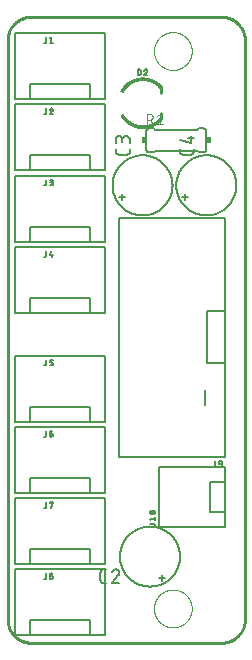
<source format=gto>
G75*
%MOIN*%
%OFA0B0*%
%FSLAX25Y25*%
%IPPOS*%
%LPD*%
%AMOC8*
5,1,8,0,0,1.08239X$1,22.5*
%
%ADD10C,0.00000*%
%ADD11C,0.01000*%
%ADD12C,0.00500*%
%ADD13C,0.00800*%
%ADD14C,0.00600*%
%ADD15C,0.00400*%
%ADD16R,0.01500X0.02000*%
%ADD17C,0.00100*%
D10*
X0060569Y0023167D02*
X0060571Y0023325D01*
X0060577Y0023483D01*
X0060587Y0023641D01*
X0060601Y0023799D01*
X0060619Y0023956D01*
X0060640Y0024113D01*
X0060666Y0024269D01*
X0060696Y0024425D01*
X0060729Y0024580D01*
X0060767Y0024733D01*
X0060808Y0024886D01*
X0060853Y0025038D01*
X0060902Y0025189D01*
X0060955Y0025338D01*
X0061011Y0025486D01*
X0061071Y0025632D01*
X0061135Y0025777D01*
X0061203Y0025920D01*
X0061274Y0026062D01*
X0061348Y0026202D01*
X0061426Y0026339D01*
X0061508Y0026475D01*
X0061592Y0026609D01*
X0061681Y0026740D01*
X0061772Y0026869D01*
X0061867Y0026996D01*
X0061964Y0027121D01*
X0062065Y0027243D01*
X0062169Y0027362D01*
X0062276Y0027479D01*
X0062386Y0027593D01*
X0062499Y0027704D01*
X0062614Y0027813D01*
X0062732Y0027918D01*
X0062853Y0028020D01*
X0062976Y0028120D01*
X0063102Y0028216D01*
X0063230Y0028309D01*
X0063360Y0028399D01*
X0063493Y0028485D01*
X0063628Y0028569D01*
X0063764Y0028648D01*
X0063903Y0028725D01*
X0064044Y0028797D01*
X0064186Y0028867D01*
X0064330Y0028932D01*
X0064476Y0028994D01*
X0064623Y0029052D01*
X0064772Y0029107D01*
X0064922Y0029158D01*
X0065073Y0029205D01*
X0065225Y0029248D01*
X0065378Y0029287D01*
X0065533Y0029323D01*
X0065688Y0029354D01*
X0065844Y0029382D01*
X0066000Y0029406D01*
X0066157Y0029426D01*
X0066315Y0029442D01*
X0066472Y0029454D01*
X0066631Y0029462D01*
X0066789Y0029466D01*
X0066947Y0029466D01*
X0067105Y0029462D01*
X0067264Y0029454D01*
X0067421Y0029442D01*
X0067579Y0029426D01*
X0067736Y0029406D01*
X0067892Y0029382D01*
X0068048Y0029354D01*
X0068203Y0029323D01*
X0068358Y0029287D01*
X0068511Y0029248D01*
X0068663Y0029205D01*
X0068814Y0029158D01*
X0068964Y0029107D01*
X0069113Y0029052D01*
X0069260Y0028994D01*
X0069406Y0028932D01*
X0069550Y0028867D01*
X0069692Y0028797D01*
X0069833Y0028725D01*
X0069972Y0028648D01*
X0070108Y0028569D01*
X0070243Y0028485D01*
X0070376Y0028399D01*
X0070506Y0028309D01*
X0070634Y0028216D01*
X0070760Y0028120D01*
X0070883Y0028020D01*
X0071004Y0027918D01*
X0071122Y0027813D01*
X0071237Y0027704D01*
X0071350Y0027593D01*
X0071460Y0027479D01*
X0071567Y0027362D01*
X0071671Y0027243D01*
X0071772Y0027121D01*
X0071869Y0026996D01*
X0071964Y0026869D01*
X0072055Y0026740D01*
X0072144Y0026609D01*
X0072228Y0026475D01*
X0072310Y0026339D01*
X0072388Y0026202D01*
X0072462Y0026062D01*
X0072533Y0025920D01*
X0072601Y0025777D01*
X0072665Y0025632D01*
X0072725Y0025486D01*
X0072781Y0025338D01*
X0072834Y0025189D01*
X0072883Y0025038D01*
X0072928Y0024886D01*
X0072969Y0024733D01*
X0073007Y0024580D01*
X0073040Y0024425D01*
X0073070Y0024269D01*
X0073096Y0024113D01*
X0073117Y0023956D01*
X0073135Y0023799D01*
X0073149Y0023641D01*
X0073159Y0023483D01*
X0073165Y0023325D01*
X0073167Y0023167D01*
X0073165Y0023009D01*
X0073159Y0022851D01*
X0073149Y0022693D01*
X0073135Y0022535D01*
X0073117Y0022378D01*
X0073096Y0022221D01*
X0073070Y0022065D01*
X0073040Y0021909D01*
X0073007Y0021754D01*
X0072969Y0021601D01*
X0072928Y0021448D01*
X0072883Y0021296D01*
X0072834Y0021145D01*
X0072781Y0020996D01*
X0072725Y0020848D01*
X0072665Y0020702D01*
X0072601Y0020557D01*
X0072533Y0020414D01*
X0072462Y0020272D01*
X0072388Y0020132D01*
X0072310Y0019995D01*
X0072228Y0019859D01*
X0072144Y0019725D01*
X0072055Y0019594D01*
X0071964Y0019465D01*
X0071869Y0019338D01*
X0071772Y0019213D01*
X0071671Y0019091D01*
X0071567Y0018972D01*
X0071460Y0018855D01*
X0071350Y0018741D01*
X0071237Y0018630D01*
X0071122Y0018521D01*
X0071004Y0018416D01*
X0070883Y0018314D01*
X0070760Y0018214D01*
X0070634Y0018118D01*
X0070506Y0018025D01*
X0070376Y0017935D01*
X0070243Y0017849D01*
X0070108Y0017765D01*
X0069972Y0017686D01*
X0069833Y0017609D01*
X0069692Y0017537D01*
X0069550Y0017467D01*
X0069406Y0017402D01*
X0069260Y0017340D01*
X0069113Y0017282D01*
X0068964Y0017227D01*
X0068814Y0017176D01*
X0068663Y0017129D01*
X0068511Y0017086D01*
X0068358Y0017047D01*
X0068203Y0017011D01*
X0068048Y0016980D01*
X0067892Y0016952D01*
X0067736Y0016928D01*
X0067579Y0016908D01*
X0067421Y0016892D01*
X0067264Y0016880D01*
X0067105Y0016872D01*
X0066947Y0016868D01*
X0066789Y0016868D01*
X0066631Y0016872D01*
X0066472Y0016880D01*
X0066315Y0016892D01*
X0066157Y0016908D01*
X0066000Y0016928D01*
X0065844Y0016952D01*
X0065688Y0016980D01*
X0065533Y0017011D01*
X0065378Y0017047D01*
X0065225Y0017086D01*
X0065073Y0017129D01*
X0064922Y0017176D01*
X0064772Y0017227D01*
X0064623Y0017282D01*
X0064476Y0017340D01*
X0064330Y0017402D01*
X0064186Y0017467D01*
X0064044Y0017537D01*
X0063903Y0017609D01*
X0063764Y0017686D01*
X0063628Y0017765D01*
X0063493Y0017849D01*
X0063360Y0017935D01*
X0063230Y0018025D01*
X0063102Y0018118D01*
X0062976Y0018214D01*
X0062853Y0018314D01*
X0062732Y0018416D01*
X0062614Y0018521D01*
X0062499Y0018630D01*
X0062386Y0018741D01*
X0062276Y0018855D01*
X0062169Y0018972D01*
X0062065Y0019091D01*
X0061964Y0019213D01*
X0061867Y0019338D01*
X0061772Y0019465D01*
X0061681Y0019594D01*
X0061592Y0019725D01*
X0061508Y0019859D01*
X0061426Y0019995D01*
X0061348Y0020132D01*
X0061274Y0020272D01*
X0061203Y0020414D01*
X0061135Y0020557D01*
X0061071Y0020702D01*
X0061011Y0020848D01*
X0060955Y0020996D01*
X0060902Y0021145D01*
X0060853Y0021296D01*
X0060808Y0021448D01*
X0060767Y0021601D01*
X0060729Y0021754D01*
X0060696Y0021909D01*
X0060666Y0022065D01*
X0060640Y0022221D01*
X0060619Y0022378D01*
X0060601Y0022535D01*
X0060587Y0022693D01*
X0060577Y0022851D01*
X0060571Y0023009D01*
X0060569Y0023167D01*
X0060569Y0208994D02*
X0060571Y0209152D01*
X0060577Y0209310D01*
X0060587Y0209468D01*
X0060601Y0209626D01*
X0060619Y0209783D01*
X0060640Y0209940D01*
X0060666Y0210096D01*
X0060696Y0210252D01*
X0060729Y0210407D01*
X0060767Y0210560D01*
X0060808Y0210713D01*
X0060853Y0210865D01*
X0060902Y0211016D01*
X0060955Y0211165D01*
X0061011Y0211313D01*
X0061071Y0211459D01*
X0061135Y0211604D01*
X0061203Y0211747D01*
X0061274Y0211889D01*
X0061348Y0212029D01*
X0061426Y0212166D01*
X0061508Y0212302D01*
X0061592Y0212436D01*
X0061681Y0212567D01*
X0061772Y0212696D01*
X0061867Y0212823D01*
X0061964Y0212948D01*
X0062065Y0213070D01*
X0062169Y0213189D01*
X0062276Y0213306D01*
X0062386Y0213420D01*
X0062499Y0213531D01*
X0062614Y0213640D01*
X0062732Y0213745D01*
X0062853Y0213847D01*
X0062976Y0213947D01*
X0063102Y0214043D01*
X0063230Y0214136D01*
X0063360Y0214226D01*
X0063493Y0214312D01*
X0063628Y0214396D01*
X0063764Y0214475D01*
X0063903Y0214552D01*
X0064044Y0214624D01*
X0064186Y0214694D01*
X0064330Y0214759D01*
X0064476Y0214821D01*
X0064623Y0214879D01*
X0064772Y0214934D01*
X0064922Y0214985D01*
X0065073Y0215032D01*
X0065225Y0215075D01*
X0065378Y0215114D01*
X0065533Y0215150D01*
X0065688Y0215181D01*
X0065844Y0215209D01*
X0066000Y0215233D01*
X0066157Y0215253D01*
X0066315Y0215269D01*
X0066472Y0215281D01*
X0066631Y0215289D01*
X0066789Y0215293D01*
X0066947Y0215293D01*
X0067105Y0215289D01*
X0067264Y0215281D01*
X0067421Y0215269D01*
X0067579Y0215253D01*
X0067736Y0215233D01*
X0067892Y0215209D01*
X0068048Y0215181D01*
X0068203Y0215150D01*
X0068358Y0215114D01*
X0068511Y0215075D01*
X0068663Y0215032D01*
X0068814Y0214985D01*
X0068964Y0214934D01*
X0069113Y0214879D01*
X0069260Y0214821D01*
X0069406Y0214759D01*
X0069550Y0214694D01*
X0069692Y0214624D01*
X0069833Y0214552D01*
X0069972Y0214475D01*
X0070108Y0214396D01*
X0070243Y0214312D01*
X0070376Y0214226D01*
X0070506Y0214136D01*
X0070634Y0214043D01*
X0070760Y0213947D01*
X0070883Y0213847D01*
X0071004Y0213745D01*
X0071122Y0213640D01*
X0071237Y0213531D01*
X0071350Y0213420D01*
X0071460Y0213306D01*
X0071567Y0213189D01*
X0071671Y0213070D01*
X0071772Y0212948D01*
X0071869Y0212823D01*
X0071964Y0212696D01*
X0072055Y0212567D01*
X0072144Y0212436D01*
X0072228Y0212302D01*
X0072310Y0212166D01*
X0072388Y0212029D01*
X0072462Y0211889D01*
X0072533Y0211747D01*
X0072601Y0211604D01*
X0072665Y0211459D01*
X0072725Y0211313D01*
X0072781Y0211165D01*
X0072834Y0211016D01*
X0072883Y0210865D01*
X0072928Y0210713D01*
X0072969Y0210560D01*
X0073007Y0210407D01*
X0073040Y0210252D01*
X0073070Y0210096D01*
X0073096Y0209940D01*
X0073117Y0209783D01*
X0073135Y0209626D01*
X0073149Y0209468D01*
X0073159Y0209310D01*
X0073165Y0209152D01*
X0073167Y0208994D01*
X0073165Y0208836D01*
X0073159Y0208678D01*
X0073149Y0208520D01*
X0073135Y0208362D01*
X0073117Y0208205D01*
X0073096Y0208048D01*
X0073070Y0207892D01*
X0073040Y0207736D01*
X0073007Y0207581D01*
X0072969Y0207428D01*
X0072928Y0207275D01*
X0072883Y0207123D01*
X0072834Y0206972D01*
X0072781Y0206823D01*
X0072725Y0206675D01*
X0072665Y0206529D01*
X0072601Y0206384D01*
X0072533Y0206241D01*
X0072462Y0206099D01*
X0072388Y0205959D01*
X0072310Y0205822D01*
X0072228Y0205686D01*
X0072144Y0205552D01*
X0072055Y0205421D01*
X0071964Y0205292D01*
X0071869Y0205165D01*
X0071772Y0205040D01*
X0071671Y0204918D01*
X0071567Y0204799D01*
X0071460Y0204682D01*
X0071350Y0204568D01*
X0071237Y0204457D01*
X0071122Y0204348D01*
X0071004Y0204243D01*
X0070883Y0204141D01*
X0070760Y0204041D01*
X0070634Y0203945D01*
X0070506Y0203852D01*
X0070376Y0203762D01*
X0070243Y0203676D01*
X0070108Y0203592D01*
X0069972Y0203513D01*
X0069833Y0203436D01*
X0069692Y0203364D01*
X0069550Y0203294D01*
X0069406Y0203229D01*
X0069260Y0203167D01*
X0069113Y0203109D01*
X0068964Y0203054D01*
X0068814Y0203003D01*
X0068663Y0202956D01*
X0068511Y0202913D01*
X0068358Y0202874D01*
X0068203Y0202838D01*
X0068048Y0202807D01*
X0067892Y0202779D01*
X0067736Y0202755D01*
X0067579Y0202735D01*
X0067421Y0202719D01*
X0067264Y0202707D01*
X0067105Y0202699D01*
X0066947Y0202695D01*
X0066789Y0202695D01*
X0066631Y0202699D01*
X0066472Y0202707D01*
X0066315Y0202719D01*
X0066157Y0202735D01*
X0066000Y0202755D01*
X0065844Y0202779D01*
X0065688Y0202807D01*
X0065533Y0202838D01*
X0065378Y0202874D01*
X0065225Y0202913D01*
X0065073Y0202956D01*
X0064922Y0203003D01*
X0064772Y0203054D01*
X0064623Y0203109D01*
X0064476Y0203167D01*
X0064330Y0203229D01*
X0064186Y0203294D01*
X0064044Y0203364D01*
X0063903Y0203436D01*
X0063764Y0203513D01*
X0063628Y0203592D01*
X0063493Y0203676D01*
X0063360Y0203762D01*
X0063230Y0203852D01*
X0063102Y0203945D01*
X0062976Y0204041D01*
X0062853Y0204141D01*
X0062732Y0204243D01*
X0062614Y0204348D01*
X0062499Y0204457D01*
X0062386Y0204568D01*
X0062276Y0204682D01*
X0062169Y0204799D01*
X0062065Y0204918D01*
X0061964Y0205040D01*
X0061867Y0205165D01*
X0061772Y0205292D01*
X0061681Y0205421D01*
X0061592Y0205552D01*
X0061508Y0205686D01*
X0061426Y0205822D01*
X0061348Y0205959D01*
X0061274Y0206099D01*
X0061203Y0206241D01*
X0061135Y0206384D01*
X0061071Y0206529D01*
X0061011Y0206675D01*
X0060955Y0206823D01*
X0060902Y0206972D01*
X0060853Y0207123D01*
X0060808Y0207275D01*
X0060767Y0207428D01*
X0060729Y0207581D01*
X0060696Y0207736D01*
X0060666Y0207892D01*
X0060640Y0208048D01*
X0060619Y0208205D01*
X0060601Y0208362D01*
X0060587Y0208520D01*
X0060577Y0208678D01*
X0060571Y0208836D01*
X0060569Y0208994D01*
D11*
X0011750Y0212537D02*
X0011750Y0019624D01*
X0011752Y0019434D01*
X0011759Y0019244D01*
X0011771Y0019054D01*
X0011787Y0018864D01*
X0011807Y0018675D01*
X0011833Y0018486D01*
X0011862Y0018298D01*
X0011897Y0018111D01*
X0011936Y0017925D01*
X0011979Y0017740D01*
X0012027Y0017555D01*
X0012079Y0017372D01*
X0012135Y0017191D01*
X0012196Y0017011D01*
X0012262Y0016832D01*
X0012331Y0016655D01*
X0012405Y0016479D01*
X0012483Y0016306D01*
X0012566Y0016134D01*
X0012652Y0015965D01*
X0012742Y0015797D01*
X0012837Y0015632D01*
X0012935Y0015469D01*
X0013038Y0015309D01*
X0013144Y0015151D01*
X0013254Y0014996D01*
X0013367Y0014843D01*
X0013485Y0014693D01*
X0013606Y0014547D01*
X0013730Y0014403D01*
X0013858Y0014262D01*
X0013989Y0014124D01*
X0014124Y0013989D01*
X0014262Y0013858D01*
X0014403Y0013730D01*
X0014547Y0013606D01*
X0014693Y0013485D01*
X0014843Y0013367D01*
X0014996Y0013254D01*
X0015151Y0013144D01*
X0015309Y0013038D01*
X0015469Y0012935D01*
X0015632Y0012837D01*
X0015797Y0012742D01*
X0015965Y0012652D01*
X0016134Y0012566D01*
X0016306Y0012483D01*
X0016479Y0012405D01*
X0016655Y0012331D01*
X0016832Y0012262D01*
X0017011Y0012196D01*
X0017191Y0012135D01*
X0017372Y0012079D01*
X0017555Y0012027D01*
X0017740Y0011979D01*
X0017925Y0011936D01*
X0018111Y0011897D01*
X0018298Y0011862D01*
X0018486Y0011833D01*
X0018675Y0011807D01*
X0018864Y0011787D01*
X0019054Y0011771D01*
X0019244Y0011759D01*
X0019434Y0011752D01*
X0019624Y0011750D01*
X0082990Y0011750D01*
X0083180Y0011752D01*
X0083370Y0011759D01*
X0083560Y0011771D01*
X0083750Y0011787D01*
X0083939Y0011807D01*
X0084128Y0011833D01*
X0084316Y0011862D01*
X0084503Y0011897D01*
X0084689Y0011936D01*
X0084874Y0011979D01*
X0085059Y0012027D01*
X0085242Y0012079D01*
X0085423Y0012135D01*
X0085603Y0012196D01*
X0085782Y0012262D01*
X0085959Y0012331D01*
X0086135Y0012405D01*
X0086308Y0012483D01*
X0086480Y0012566D01*
X0086649Y0012652D01*
X0086817Y0012742D01*
X0086982Y0012837D01*
X0087145Y0012935D01*
X0087305Y0013038D01*
X0087463Y0013144D01*
X0087618Y0013254D01*
X0087771Y0013367D01*
X0087921Y0013485D01*
X0088067Y0013606D01*
X0088211Y0013730D01*
X0088352Y0013858D01*
X0088490Y0013989D01*
X0088625Y0014124D01*
X0088756Y0014262D01*
X0088884Y0014403D01*
X0089008Y0014547D01*
X0089129Y0014693D01*
X0089247Y0014843D01*
X0089360Y0014996D01*
X0089470Y0015151D01*
X0089576Y0015309D01*
X0089679Y0015469D01*
X0089777Y0015632D01*
X0089872Y0015797D01*
X0089962Y0015965D01*
X0090048Y0016134D01*
X0090131Y0016306D01*
X0090209Y0016479D01*
X0090283Y0016655D01*
X0090352Y0016832D01*
X0090418Y0017011D01*
X0090479Y0017191D01*
X0090535Y0017372D01*
X0090587Y0017555D01*
X0090635Y0017740D01*
X0090678Y0017925D01*
X0090717Y0018111D01*
X0090752Y0018298D01*
X0090781Y0018486D01*
X0090807Y0018675D01*
X0090827Y0018864D01*
X0090843Y0019054D01*
X0090855Y0019244D01*
X0090862Y0019434D01*
X0090864Y0019624D01*
X0090864Y0212537D01*
X0090862Y0212727D01*
X0090855Y0212917D01*
X0090843Y0213107D01*
X0090827Y0213297D01*
X0090807Y0213486D01*
X0090781Y0213675D01*
X0090752Y0213863D01*
X0090717Y0214050D01*
X0090678Y0214236D01*
X0090635Y0214421D01*
X0090587Y0214606D01*
X0090535Y0214789D01*
X0090479Y0214970D01*
X0090418Y0215150D01*
X0090352Y0215329D01*
X0090283Y0215506D01*
X0090209Y0215682D01*
X0090131Y0215855D01*
X0090048Y0216027D01*
X0089962Y0216196D01*
X0089872Y0216364D01*
X0089777Y0216529D01*
X0089679Y0216692D01*
X0089576Y0216852D01*
X0089470Y0217010D01*
X0089360Y0217165D01*
X0089247Y0217318D01*
X0089129Y0217468D01*
X0089008Y0217614D01*
X0088884Y0217758D01*
X0088756Y0217899D01*
X0088625Y0218037D01*
X0088490Y0218172D01*
X0088352Y0218303D01*
X0088211Y0218431D01*
X0088067Y0218555D01*
X0087921Y0218676D01*
X0087771Y0218794D01*
X0087618Y0218907D01*
X0087463Y0219017D01*
X0087305Y0219123D01*
X0087145Y0219226D01*
X0086982Y0219324D01*
X0086817Y0219419D01*
X0086649Y0219509D01*
X0086480Y0219595D01*
X0086308Y0219678D01*
X0086135Y0219756D01*
X0085959Y0219830D01*
X0085782Y0219899D01*
X0085603Y0219965D01*
X0085423Y0220026D01*
X0085242Y0220082D01*
X0085059Y0220134D01*
X0084874Y0220182D01*
X0084689Y0220225D01*
X0084503Y0220264D01*
X0084316Y0220299D01*
X0084128Y0220328D01*
X0083939Y0220354D01*
X0083750Y0220374D01*
X0083560Y0220390D01*
X0083370Y0220402D01*
X0083180Y0220409D01*
X0082990Y0220411D01*
X0019624Y0220411D01*
X0019434Y0220409D01*
X0019244Y0220402D01*
X0019054Y0220390D01*
X0018864Y0220374D01*
X0018675Y0220354D01*
X0018486Y0220328D01*
X0018298Y0220299D01*
X0018111Y0220264D01*
X0017925Y0220225D01*
X0017740Y0220182D01*
X0017555Y0220134D01*
X0017372Y0220082D01*
X0017191Y0220026D01*
X0017011Y0219965D01*
X0016832Y0219899D01*
X0016655Y0219830D01*
X0016479Y0219756D01*
X0016306Y0219678D01*
X0016134Y0219595D01*
X0015965Y0219509D01*
X0015797Y0219419D01*
X0015632Y0219324D01*
X0015469Y0219226D01*
X0015309Y0219123D01*
X0015151Y0219017D01*
X0014996Y0218907D01*
X0014843Y0218794D01*
X0014693Y0218676D01*
X0014547Y0218555D01*
X0014403Y0218431D01*
X0014262Y0218303D01*
X0014124Y0218172D01*
X0013989Y0218037D01*
X0013858Y0217899D01*
X0013730Y0217758D01*
X0013606Y0217614D01*
X0013485Y0217468D01*
X0013367Y0217318D01*
X0013254Y0217165D01*
X0013144Y0217010D01*
X0013038Y0216852D01*
X0012935Y0216692D01*
X0012837Y0216529D01*
X0012742Y0216364D01*
X0012652Y0216196D01*
X0012566Y0216027D01*
X0012483Y0215855D01*
X0012405Y0215682D01*
X0012331Y0215506D01*
X0012262Y0215329D01*
X0012196Y0215150D01*
X0012135Y0214970D01*
X0012079Y0214789D01*
X0012027Y0214606D01*
X0011979Y0214421D01*
X0011936Y0214236D01*
X0011897Y0214050D01*
X0011862Y0213863D01*
X0011833Y0213675D01*
X0011807Y0213486D01*
X0011787Y0213297D01*
X0011771Y0213107D01*
X0011759Y0212917D01*
X0011752Y0212727D01*
X0011750Y0212537D01*
X0062950Y0196850D02*
X0062950Y0194850D01*
X0062950Y0188450D02*
X0062950Y0186650D01*
D12*
X0069248Y0179265D02*
X0072748Y0178265D01*
X0072748Y0180765D01*
X0071748Y0180015D02*
X0073748Y0180015D01*
X0073748Y0176500D02*
X0073748Y0175500D01*
X0073746Y0175440D01*
X0073741Y0175379D01*
X0073732Y0175320D01*
X0073719Y0175261D01*
X0073703Y0175202D01*
X0073683Y0175145D01*
X0073660Y0175090D01*
X0073633Y0175035D01*
X0073604Y0174983D01*
X0073571Y0174932D01*
X0073535Y0174883D01*
X0073497Y0174837D01*
X0073455Y0174793D01*
X0073411Y0174751D01*
X0073365Y0174713D01*
X0073316Y0174677D01*
X0073265Y0174644D01*
X0073213Y0174615D01*
X0073158Y0174588D01*
X0073103Y0174565D01*
X0073046Y0174545D01*
X0072987Y0174529D01*
X0072928Y0174516D01*
X0072869Y0174507D01*
X0072808Y0174502D01*
X0072748Y0174500D01*
X0070248Y0174500D01*
X0070188Y0174502D01*
X0070127Y0174507D01*
X0070068Y0174516D01*
X0070009Y0174529D01*
X0069950Y0174545D01*
X0069893Y0174565D01*
X0069838Y0174588D01*
X0069783Y0174615D01*
X0069731Y0174644D01*
X0069680Y0174677D01*
X0069631Y0174713D01*
X0069585Y0174751D01*
X0069541Y0174793D01*
X0069499Y0174837D01*
X0069461Y0174883D01*
X0069425Y0174932D01*
X0069392Y0174983D01*
X0069363Y0175035D01*
X0069336Y0175090D01*
X0069313Y0175145D01*
X0069293Y0175202D01*
X0069277Y0175261D01*
X0069264Y0175320D01*
X0069255Y0175379D01*
X0069250Y0175440D01*
X0069248Y0175500D01*
X0069248Y0176500D01*
X0058394Y0201000D02*
X0057338Y0201000D01*
X0058235Y0202056D01*
X0057919Y0202900D02*
X0057871Y0202898D01*
X0057824Y0202892D01*
X0057776Y0202883D01*
X0057730Y0202870D01*
X0057685Y0202853D01*
X0057642Y0202833D01*
X0057600Y0202810D01*
X0057560Y0202783D01*
X0057523Y0202754D01*
X0057487Y0202721D01*
X0057455Y0202686D01*
X0057425Y0202648D01*
X0057399Y0202608D01*
X0057375Y0202566D01*
X0057355Y0202523D01*
X0057339Y0202478D01*
X0058236Y0202056D02*
X0058264Y0202085D01*
X0058291Y0202117D01*
X0058314Y0202151D01*
X0058335Y0202187D01*
X0058353Y0202224D01*
X0058367Y0202263D01*
X0058379Y0202302D01*
X0058387Y0202343D01*
X0058392Y0202384D01*
X0058394Y0202425D01*
X0058392Y0202466D01*
X0058387Y0202507D01*
X0058378Y0202548D01*
X0058365Y0202587D01*
X0058349Y0202626D01*
X0058330Y0202663D01*
X0058308Y0202697D01*
X0058283Y0202730D01*
X0058255Y0202761D01*
X0058224Y0202789D01*
X0058191Y0202814D01*
X0058157Y0202836D01*
X0058120Y0202855D01*
X0058081Y0202871D01*
X0058042Y0202884D01*
X0058001Y0202893D01*
X0057960Y0202898D01*
X0057919Y0202900D01*
X0056162Y0202372D02*
X0056162Y0201528D01*
X0056160Y0201484D01*
X0056155Y0201441D01*
X0056146Y0201398D01*
X0056133Y0201357D01*
X0056118Y0201316D01*
X0056098Y0201277D01*
X0056076Y0201239D01*
X0056051Y0201204D01*
X0056022Y0201170D01*
X0055992Y0201140D01*
X0055958Y0201111D01*
X0055923Y0201086D01*
X0055885Y0201064D01*
X0055846Y0201044D01*
X0055805Y0201029D01*
X0055764Y0201016D01*
X0055721Y0201007D01*
X0055678Y0201002D01*
X0055634Y0201000D01*
X0055106Y0201000D01*
X0055106Y0202900D01*
X0055634Y0202900D01*
X0055678Y0202898D01*
X0055721Y0202893D01*
X0055764Y0202884D01*
X0055805Y0202871D01*
X0055846Y0202856D01*
X0055885Y0202836D01*
X0055923Y0202814D01*
X0055958Y0202789D01*
X0055992Y0202760D01*
X0056022Y0202730D01*
X0056051Y0202696D01*
X0056076Y0202661D01*
X0056098Y0202623D01*
X0056118Y0202584D01*
X0056133Y0202543D01*
X0056146Y0202502D01*
X0056155Y0202459D01*
X0056160Y0202416D01*
X0056162Y0202372D01*
X0052498Y0179515D02*
X0052498Y0178265D01*
X0052498Y0176500D02*
X0052498Y0175500D01*
X0052496Y0175440D01*
X0052491Y0175379D01*
X0052482Y0175320D01*
X0052469Y0175261D01*
X0052453Y0175202D01*
X0052433Y0175145D01*
X0052410Y0175090D01*
X0052383Y0175035D01*
X0052354Y0174983D01*
X0052321Y0174932D01*
X0052285Y0174883D01*
X0052247Y0174837D01*
X0052205Y0174793D01*
X0052161Y0174751D01*
X0052115Y0174713D01*
X0052066Y0174677D01*
X0052015Y0174644D01*
X0051963Y0174615D01*
X0051908Y0174588D01*
X0051853Y0174565D01*
X0051796Y0174545D01*
X0051737Y0174529D01*
X0051678Y0174516D01*
X0051619Y0174507D01*
X0051558Y0174502D01*
X0051498Y0174500D01*
X0048998Y0174500D01*
X0048938Y0174502D01*
X0048877Y0174507D01*
X0048818Y0174516D01*
X0048759Y0174529D01*
X0048700Y0174545D01*
X0048643Y0174565D01*
X0048588Y0174588D01*
X0048533Y0174615D01*
X0048481Y0174644D01*
X0048430Y0174677D01*
X0048381Y0174713D01*
X0048335Y0174751D01*
X0048291Y0174793D01*
X0048249Y0174837D01*
X0048211Y0174883D01*
X0048175Y0174932D01*
X0048142Y0174983D01*
X0048113Y0175035D01*
X0048086Y0175090D01*
X0048063Y0175145D01*
X0048043Y0175202D01*
X0048027Y0175261D01*
X0048014Y0175320D01*
X0048005Y0175379D01*
X0048000Y0175440D01*
X0047998Y0175500D01*
X0047998Y0176500D01*
X0047998Y0178265D02*
X0047998Y0179765D01*
X0048000Y0179827D01*
X0048006Y0179888D01*
X0048015Y0179949D01*
X0048028Y0180009D01*
X0048045Y0180068D01*
X0048066Y0180126D01*
X0048090Y0180183D01*
X0048117Y0180238D01*
X0048148Y0180291D01*
X0048182Y0180343D01*
X0048219Y0180392D01*
X0048259Y0180439D01*
X0048302Y0180483D01*
X0048347Y0180524D01*
X0048395Y0180563D01*
X0048446Y0180599D01*
X0048498Y0180631D01*
X0048552Y0180660D01*
X0048608Y0180686D01*
X0048666Y0180708D01*
X0048724Y0180727D01*
X0048784Y0180742D01*
X0048845Y0180753D01*
X0048906Y0180761D01*
X0048967Y0180765D01*
X0049029Y0180765D01*
X0049090Y0180761D01*
X0049151Y0180753D01*
X0049212Y0180742D01*
X0049272Y0180727D01*
X0049330Y0180708D01*
X0049388Y0180686D01*
X0049444Y0180660D01*
X0049498Y0180631D01*
X0049550Y0180599D01*
X0049601Y0180563D01*
X0049649Y0180524D01*
X0049694Y0180483D01*
X0049737Y0180439D01*
X0049777Y0180392D01*
X0049814Y0180343D01*
X0049848Y0180291D01*
X0049879Y0180238D01*
X0049906Y0180183D01*
X0049930Y0180126D01*
X0049951Y0180068D01*
X0049968Y0180009D01*
X0049981Y0179949D01*
X0049990Y0179888D01*
X0049996Y0179827D01*
X0049998Y0179765D01*
X0049998Y0178765D01*
X0049998Y0179515D02*
X0050000Y0179584D01*
X0050006Y0179653D01*
X0050015Y0179721D01*
X0050028Y0179788D01*
X0050045Y0179855D01*
X0050066Y0179921D01*
X0050090Y0179985D01*
X0050118Y0180048D01*
X0050149Y0180110D01*
X0050183Y0180170D01*
X0050221Y0180227D01*
X0050262Y0180283D01*
X0050305Y0180336D01*
X0050352Y0180387D01*
X0050401Y0180435D01*
X0050453Y0180480D01*
X0050508Y0180522D01*
X0050564Y0180561D01*
X0050623Y0180598D01*
X0050684Y0180630D01*
X0050746Y0180660D01*
X0050810Y0180686D01*
X0050875Y0180708D01*
X0050941Y0180727D01*
X0051008Y0180742D01*
X0051076Y0180753D01*
X0051145Y0180761D01*
X0051214Y0180765D01*
X0051282Y0180765D01*
X0051351Y0180761D01*
X0051420Y0180753D01*
X0051488Y0180742D01*
X0051555Y0180727D01*
X0051621Y0180708D01*
X0051686Y0180686D01*
X0051750Y0180660D01*
X0051812Y0180630D01*
X0051873Y0180598D01*
X0051932Y0180561D01*
X0051988Y0180522D01*
X0052043Y0180480D01*
X0052095Y0180435D01*
X0052144Y0180387D01*
X0052191Y0180336D01*
X0052234Y0180283D01*
X0052275Y0180227D01*
X0052313Y0180170D01*
X0052347Y0180110D01*
X0052378Y0180048D01*
X0052406Y0179985D01*
X0052430Y0179921D01*
X0052451Y0179855D01*
X0052468Y0179788D01*
X0052481Y0179721D01*
X0052490Y0179653D01*
X0052496Y0179584D01*
X0052498Y0179515D01*
X0044250Y0169252D02*
X0039250Y0169252D01*
X0039250Y0174252D01*
X0019250Y0174252D01*
X0019250Y0169252D01*
X0014250Y0169252D01*
X0014250Y0191252D01*
X0044250Y0191252D01*
X0044250Y0169252D01*
X0044250Y0167502D02*
X0014250Y0167502D01*
X0014250Y0145502D01*
X0019250Y0145502D01*
X0019250Y0150502D01*
X0039250Y0150502D01*
X0039250Y0145502D01*
X0019250Y0145502D01*
X0024211Y0140502D02*
X0024250Y0140504D01*
X0024289Y0140509D01*
X0024326Y0140518D01*
X0024363Y0140530D01*
X0024399Y0140546D01*
X0024433Y0140565D01*
X0024465Y0140587D01*
X0024495Y0140612D01*
X0024523Y0140640D01*
X0024548Y0140670D01*
X0024570Y0140702D01*
X0024589Y0140736D01*
X0024605Y0140772D01*
X0024617Y0140809D01*
X0024626Y0140846D01*
X0024631Y0140885D01*
X0024633Y0140924D01*
X0024633Y0142402D01*
X0026216Y0142402D02*
X0025794Y0140924D01*
X0026849Y0140924D01*
X0026533Y0141346D02*
X0026533Y0140502D01*
X0024211Y0140502D02*
X0024000Y0140502D01*
X0019250Y0126752D02*
X0039250Y0126752D01*
X0039250Y0121752D01*
X0019250Y0121752D01*
X0019250Y0126752D01*
X0019250Y0121752D02*
X0014250Y0121752D01*
X0014250Y0143752D01*
X0044250Y0143752D01*
X0044250Y0121752D01*
X0039250Y0121752D01*
X0044250Y0107502D02*
X0014250Y0107502D01*
X0014250Y0085502D01*
X0019250Y0085502D01*
X0019250Y0090502D01*
X0039250Y0090502D01*
X0039250Y0085502D01*
X0019250Y0085502D01*
X0024211Y0080502D02*
X0024250Y0080504D01*
X0024289Y0080509D01*
X0024326Y0080518D01*
X0024363Y0080530D01*
X0024399Y0080546D01*
X0024433Y0080565D01*
X0024465Y0080587D01*
X0024495Y0080612D01*
X0024523Y0080640D01*
X0024548Y0080670D01*
X0024570Y0080702D01*
X0024589Y0080736D01*
X0024605Y0080772D01*
X0024617Y0080809D01*
X0024626Y0080846D01*
X0024631Y0080885D01*
X0024633Y0080924D01*
X0024633Y0082402D01*
X0025794Y0081558D02*
X0025794Y0081030D01*
X0025794Y0081558D02*
X0026427Y0081558D01*
X0025794Y0081558D02*
X0025796Y0081616D01*
X0025802Y0081673D01*
X0025812Y0081730D01*
X0025825Y0081786D01*
X0025843Y0081841D01*
X0025864Y0081894D01*
X0025889Y0081946D01*
X0025917Y0081997D01*
X0025948Y0082045D01*
X0025983Y0082091D01*
X0026021Y0082134D01*
X0026062Y0082175D01*
X0026105Y0082213D01*
X0026151Y0082248D01*
X0026199Y0082279D01*
X0026250Y0082307D01*
X0026302Y0082332D01*
X0026355Y0082353D01*
X0026410Y0082371D01*
X0026466Y0082384D01*
X0026523Y0082394D01*
X0026580Y0082400D01*
X0026638Y0082402D01*
X0026427Y0081557D02*
X0026466Y0081555D01*
X0026505Y0081550D01*
X0026542Y0081541D01*
X0026579Y0081529D01*
X0026615Y0081513D01*
X0026649Y0081494D01*
X0026681Y0081472D01*
X0026711Y0081447D01*
X0026739Y0081419D01*
X0026764Y0081389D01*
X0026786Y0081357D01*
X0026805Y0081323D01*
X0026821Y0081287D01*
X0026833Y0081250D01*
X0026842Y0081213D01*
X0026847Y0081174D01*
X0026849Y0081135D01*
X0026849Y0081030D01*
X0026850Y0081030D02*
X0026848Y0080985D01*
X0026842Y0080941D01*
X0026833Y0080897D01*
X0026820Y0080854D01*
X0026803Y0080813D01*
X0026783Y0080772D01*
X0026759Y0080734D01*
X0026733Y0080698D01*
X0026703Y0080665D01*
X0026671Y0080634D01*
X0026636Y0080605D01*
X0026599Y0080580D01*
X0026560Y0080559D01*
X0026519Y0080540D01*
X0026477Y0080525D01*
X0026433Y0080514D01*
X0026389Y0080506D01*
X0026344Y0080502D01*
X0026300Y0080502D01*
X0026255Y0080506D01*
X0026211Y0080514D01*
X0026167Y0080525D01*
X0026125Y0080540D01*
X0026084Y0080559D01*
X0026045Y0080580D01*
X0026008Y0080605D01*
X0025973Y0080634D01*
X0025941Y0080665D01*
X0025911Y0080698D01*
X0025885Y0080734D01*
X0025861Y0080772D01*
X0025841Y0080813D01*
X0025824Y0080854D01*
X0025811Y0080897D01*
X0025802Y0080941D01*
X0025796Y0080985D01*
X0025794Y0081030D01*
X0024211Y0080502D02*
X0024000Y0080502D01*
X0019250Y0066752D02*
X0039250Y0066752D01*
X0039250Y0061752D01*
X0019250Y0061752D01*
X0019250Y0066752D01*
X0019250Y0061752D02*
X0014250Y0061752D01*
X0014250Y0083752D01*
X0044250Y0083752D01*
X0044250Y0061752D01*
X0039250Y0061752D01*
X0044250Y0060002D02*
X0014250Y0060002D01*
X0014250Y0038002D01*
X0019250Y0038002D01*
X0019250Y0043002D01*
X0039250Y0043002D01*
X0039250Y0038002D01*
X0019250Y0038002D01*
X0024211Y0033002D02*
X0024250Y0033004D01*
X0024289Y0033009D01*
X0024326Y0033018D01*
X0024363Y0033030D01*
X0024399Y0033046D01*
X0024433Y0033065D01*
X0024465Y0033087D01*
X0024495Y0033112D01*
X0024523Y0033140D01*
X0024548Y0033170D01*
X0024570Y0033202D01*
X0024589Y0033236D01*
X0024605Y0033272D01*
X0024617Y0033309D01*
X0024626Y0033346D01*
X0024631Y0033385D01*
X0024633Y0033424D01*
X0024633Y0034902D01*
X0025900Y0034480D02*
X0025902Y0034440D01*
X0025908Y0034400D01*
X0025917Y0034361D01*
X0025930Y0034323D01*
X0025947Y0034287D01*
X0025967Y0034252D01*
X0025990Y0034219D01*
X0026017Y0034189D01*
X0026046Y0034161D01*
X0026077Y0034136D01*
X0026111Y0034115D01*
X0026147Y0034096D01*
X0026184Y0034081D01*
X0026223Y0034070D01*
X0026262Y0034062D01*
X0026302Y0034058D01*
X0026342Y0034058D01*
X0026382Y0034062D01*
X0026421Y0034070D01*
X0026460Y0034081D01*
X0026497Y0034096D01*
X0026533Y0034115D01*
X0026567Y0034136D01*
X0026598Y0034161D01*
X0026627Y0034189D01*
X0026654Y0034219D01*
X0026677Y0034252D01*
X0026697Y0034287D01*
X0026714Y0034323D01*
X0026727Y0034361D01*
X0026736Y0034400D01*
X0026742Y0034440D01*
X0026744Y0034480D01*
X0026742Y0034520D01*
X0026736Y0034560D01*
X0026727Y0034599D01*
X0026714Y0034637D01*
X0026697Y0034673D01*
X0026677Y0034708D01*
X0026654Y0034741D01*
X0026627Y0034771D01*
X0026598Y0034799D01*
X0026567Y0034824D01*
X0026533Y0034845D01*
X0026497Y0034864D01*
X0026460Y0034879D01*
X0026421Y0034890D01*
X0026382Y0034898D01*
X0026342Y0034902D01*
X0026302Y0034902D01*
X0026262Y0034898D01*
X0026223Y0034890D01*
X0026184Y0034879D01*
X0026147Y0034864D01*
X0026111Y0034845D01*
X0026077Y0034824D01*
X0026046Y0034799D01*
X0026017Y0034771D01*
X0025990Y0034741D01*
X0025967Y0034708D01*
X0025947Y0034673D01*
X0025930Y0034637D01*
X0025917Y0034599D01*
X0025908Y0034560D01*
X0025902Y0034520D01*
X0025900Y0034480D01*
X0025794Y0033530D02*
X0025796Y0033485D01*
X0025802Y0033441D01*
X0025811Y0033397D01*
X0025824Y0033354D01*
X0025841Y0033313D01*
X0025861Y0033272D01*
X0025885Y0033234D01*
X0025911Y0033198D01*
X0025941Y0033165D01*
X0025973Y0033134D01*
X0026008Y0033105D01*
X0026045Y0033080D01*
X0026084Y0033059D01*
X0026125Y0033040D01*
X0026167Y0033025D01*
X0026211Y0033014D01*
X0026255Y0033006D01*
X0026300Y0033002D01*
X0026344Y0033002D01*
X0026389Y0033006D01*
X0026433Y0033014D01*
X0026477Y0033025D01*
X0026519Y0033040D01*
X0026560Y0033059D01*
X0026599Y0033080D01*
X0026636Y0033105D01*
X0026671Y0033134D01*
X0026703Y0033165D01*
X0026733Y0033198D01*
X0026759Y0033234D01*
X0026783Y0033272D01*
X0026803Y0033313D01*
X0026820Y0033354D01*
X0026833Y0033397D01*
X0026842Y0033441D01*
X0026848Y0033485D01*
X0026850Y0033530D01*
X0026848Y0033575D01*
X0026842Y0033619D01*
X0026833Y0033663D01*
X0026820Y0033706D01*
X0026803Y0033747D01*
X0026783Y0033788D01*
X0026759Y0033826D01*
X0026733Y0033862D01*
X0026703Y0033895D01*
X0026671Y0033926D01*
X0026636Y0033955D01*
X0026599Y0033980D01*
X0026560Y0034001D01*
X0026519Y0034020D01*
X0026477Y0034035D01*
X0026433Y0034046D01*
X0026389Y0034054D01*
X0026344Y0034058D01*
X0026300Y0034058D01*
X0026255Y0034054D01*
X0026211Y0034046D01*
X0026167Y0034035D01*
X0026125Y0034020D01*
X0026084Y0034001D01*
X0026045Y0033980D01*
X0026008Y0033955D01*
X0025973Y0033926D01*
X0025941Y0033895D01*
X0025911Y0033862D01*
X0025885Y0033826D01*
X0025861Y0033788D01*
X0025841Y0033747D01*
X0025824Y0033706D01*
X0025811Y0033663D01*
X0025802Y0033619D01*
X0025796Y0033575D01*
X0025794Y0033530D01*
X0024211Y0033002D02*
X0024000Y0033002D01*
X0019250Y0019252D02*
X0039250Y0019252D01*
X0039250Y0014252D01*
X0019250Y0014252D01*
X0019250Y0019252D01*
X0019250Y0014252D02*
X0014250Y0014252D01*
X0014250Y0036252D01*
X0044250Y0036252D01*
X0044250Y0014252D01*
X0039250Y0014252D01*
X0043733Y0031750D02*
X0044733Y0031750D01*
X0043733Y0031750D02*
X0043673Y0031752D01*
X0043612Y0031757D01*
X0043553Y0031766D01*
X0043494Y0031779D01*
X0043435Y0031795D01*
X0043378Y0031815D01*
X0043323Y0031838D01*
X0043268Y0031865D01*
X0043216Y0031894D01*
X0043165Y0031927D01*
X0043116Y0031963D01*
X0043070Y0032001D01*
X0043026Y0032043D01*
X0042984Y0032087D01*
X0042946Y0032133D01*
X0042910Y0032182D01*
X0042877Y0032233D01*
X0042848Y0032285D01*
X0042821Y0032340D01*
X0042798Y0032395D01*
X0042778Y0032452D01*
X0042762Y0032511D01*
X0042749Y0032570D01*
X0042740Y0032629D01*
X0042735Y0032690D01*
X0042733Y0032750D01*
X0042733Y0035250D01*
X0042735Y0035310D01*
X0042740Y0035371D01*
X0042749Y0035430D01*
X0042762Y0035489D01*
X0042778Y0035548D01*
X0042798Y0035605D01*
X0042821Y0035660D01*
X0042848Y0035715D01*
X0042877Y0035767D01*
X0042910Y0035818D01*
X0042946Y0035867D01*
X0042984Y0035913D01*
X0043026Y0035957D01*
X0043070Y0035999D01*
X0043116Y0036037D01*
X0043165Y0036073D01*
X0043216Y0036106D01*
X0043268Y0036135D01*
X0043323Y0036162D01*
X0043378Y0036185D01*
X0043435Y0036205D01*
X0043494Y0036221D01*
X0043553Y0036234D01*
X0043612Y0036243D01*
X0043673Y0036248D01*
X0043733Y0036250D01*
X0044733Y0036250D01*
X0044250Y0038002D02*
X0039250Y0038002D01*
X0044250Y0038002D02*
X0044250Y0060002D01*
X0048998Y0035125D02*
X0048996Y0035060D01*
X0048991Y0034995D01*
X0048982Y0034930D01*
X0048970Y0034866D01*
X0048954Y0034803D01*
X0048935Y0034741D01*
X0048913Y0034679D01*
X0048887Y0034619D01*
X0048858Y0034561D01*
X0048826Y0034504D01*
X0048791Y0034449D01*
X0048753Y0034396D01*
X0048713Y0034345D01*
X0048669Y0034296D01*
X0048623Y0034250D01*
X0046498Y0031750D01*
X0048998Y0031750D01*
X0046498Y0035250D02*
X0046522Y0035319D01*
X0046550Y0035386D01*
X0046581Y0035452D01*
X0046615Y0035516D01*
X0046652Y0035578D01*
X0046693Y0035639D01*
X0046736Y0035697D01*
X0046782Y0035753D01*
X0046832Y0035807D01*
X0046883Y0035858D01*
X0046937Y0035906D01*
X0046994Y0035952D01*
X0047053Y0035995D01*
X0047114Y0036034D01*
X0047176Y0036071D01*
X0047241Y0036104D01*
X0047307Y0036135D01*
X0047375Y0036161D01*
X0047443Y0036185D01*
X0047513Y0036205D01*
X0047584Y0036221D01*
X0047656Y0036234D01*
X0047728Y0036243D01*
X0047800Y0036248D01*
X0047873Y0036250D01*
X0047938Y0036248D01*
X0048004Y0036242D01*
X0048068Y0036233D01*
X0048132Y0036220D01*
X0048196Y0036203D01*
X0048258Y0036182D01*
X0048319Y0036158D01*
X0048378Y0036130D01*
X0048436Y0036099D01*
X0048491Y0036065D01*
X0048545Y0036027D01*
X0048596Y0035987D01*
X0048645Y0035943D01*
X0048691Y0035897D01*
X0048735Y0035848D01*
X0048775Y0035797D01*
X0048813Y0035743D01*
X0048847Y0035688D01*
X0048878Y0035630D01*
X0048906Y0035571D01*
X0048930Y0035510D01*
X0048951Y0035448D01*
X0048968Y0035384D01*
X0048981Y0035320D01*
X0048990Y0035256D01*
X0048996Y0035190D01*
X0048998Y0035125D01*
X0059100Y0051383D02*
X0060578Y0051383D01*
X0060617Y0051381D01*
X0060656Y0051376D01*
X0060693Y0051367D01*
X0060730Y0051355D01*
X0060766Y0051339D01*
X0060800Y0051320D01*
X0060832Y0051298D01*
X0060862Y0051273D01*
X0060890Y0051245D01*
X0060915Y0051215D01*
X0060937Y0051183D01*
X0060956Y0051149D01*
X0060972Y0051113D01*
X0060984Y0051076D01*
X0060993Y0051039D01*
X0060998Y0051000D01*
X0061000Y0050961D01*
X0061000Y0050750D01*
X0061000Y0052544D02*
X0061000Y0053599D01*
X0061000Y0053072D02*
X0059100Y0053072D01*
X0059522Y0052544D01*
X0060050Y0055760D02*
X0060121Y0055758D01*
X0060192Y0055754D01*
X0060262Y0055746D01*
X0060333Y0055734D01*
X0060402Y0055720D01*
X0060471Y0055702D01*
X0060539Y0055682D01*
X0060606Y0055658D01*
X0060672Y0055631D01*
X0060736Y0055602D01*
X0061000Y0055232D02*
X0060998Y0055195D01*
X0060993Y0055158D01*
X0060984Y0055122D01*
X0060972Y0055086D01*
X0060956Y0055052D01*
X0060938Y0055020D01*
X0060916Y0054990D01*
X0060892Y0054962D01*
X0060864Y0054936D01*
X0060835Y0054913D01*
X0060804Y0054893D01*
X0060770Y0054876D01*
X0060736Y0054862D01*
X0060578Y0054809D02*
X0059522Y0055654D01*
X0059364Y0055602D02*
X0059330Y0055588D01*
X0059296Y0055571D01*
X0059265Y0055551D01*
X0059236Y0055528D01*
X0059209Y0055502D01*
X0059184Y0055474D01*
X0059162Y0055444D01*
X0059144Y0055412D01*
X0059128Y0055378D01*
X0059116Y0055342D01*
X0059107Y0055306D01*
X0059102Y0055269D01*
X0059100Y0055232D01*
X0059102Y0055195D01*
X0059107Y0055158D01*
X0059116Y0055122D01*
X0059128Y0055086D01*
X0059144Y0055052D01*
X0059162Y0055020D01*
X0059184Y0054990D01*
X0059209Y0054962D01*
X0059236Y0054936D01*
X0059265Y0054913D01*
X0059296Y0054893D01*
X0059330Y0054876D01*
X0059364Y0054862D01*
X0059364Y0055602D02*
X0059428Y0055631D01*
X0059494Y0055658D01*
X0059561Y0055682D01*
X0059629Y0055702D01*
X0059698Y0055720D01*
X0059767Y0055734D01*
X0059838Y0055746D01*
X0059908Y0055754D01*
X0059979Y0055758D01*
X0060050Y0055760D01*
X0060050Y0054704D02*
X0059979Y0054706D01*
X0059908Y0054710D01*
X0059838Y0054718D01*
X0059767Y0054730D01*
X0059698Y0054744D01*
X0059629Y0054762D01*
X0059561Y0054782D01*
X0059494Y0054806D01*
X0059428Y0054833D01*
X0059364Y0054862D01*
X0060736Y0055602D02*
X0060770Y0055588D01*
X0060804Y0055571D01*
X0060835Y0055551D01*
X0060864Y0055528D01*
X0060892Y0055502D01*
X0060916Y0055474D01*
X0060938Y0055444D01*
X0060956Y0055412D01*
X0060972Y0055378D01*
X0060984Y0055342D01*
X0060993Y0055306D01*
X0060998Y0055269D01*
X0061000Y0055232D01*
X0060736Y0054862D02*
X0060672Y0054833D01*
X0060606Y0054806D01*
X0060539Y0054782D01*
X0060471Y0054762D01*
X0060402Y0054744D01*
X0060333Y0054730D01*
X0060262Y0054718D01*
X0060192Y0054710D01*
X0060121Y0054706D01*
X0060050Y0054704D01*
X0062250Y0050500D02*
X0062250Y0070500D01*
X0084250Y0070500D01*
X0084250Y0065500D01*
X0079250Y0065500D01*
X0079250Y0055500D01*
X0084250Y0055500D01*
X0084250Y0050500D01*
X0062250Y0050500D01*
X0080438Y0070419D02*
X0080649Y0070419D01*
X0080688Y0070421D01*
X0080727Y0070426D01*
X0080764Y0070435D01*
X0080801Y0070447D01*
X0080837Y0070463D01*
X0080871Y0070482D01*
X0080903Y0070504D01*
X0080933Y0070529D01*
X0080961Y0070557D01*
X0080986Y0070587D01*
X0081008Y0070619D01*
X0081027Y0070653D01*
X0081043Y0070689D01*
X0081055Y0070726D01*
X0081064Y0070763D01*
X0081069Y0070802D01*
X0081071Y0070841D01*
X0081071Y0072319D01*
X0082232Y0071791D02*
X0082232Y0071686D01*
X0082234Y0071647D01*
X0082239Y0071608D01*
X0082248Y0071571D01*
X0082260Y0071534D01*
X0082276Y0071498D01*
X0082295Y0071464D01*
X0082317Y0071432D01*
X0082342Y0071402D01*
X0082370Y0071374D01*
X0082400Y0071349D01*
X0082432Y0071327D01*
X0082466Y0071308D01*
X0082502Y0071292D01*
X0082539Y0071280D01*
X0082576Y0071271D01*
X0082615Y0071266D01*
X0082654Y0071264D01*
X0082654Y0071263D02*
X0083287Y0071263D01*
X0083287Y0071791D01*
X0083288Y0071791D02*
X0083286Y0071836D01*
X0083280Y0071880D01*
X0083271Y0071924D01*
X0083258Y0071967D01*
X0083241Y0072008D01*
X0083221Y0072049D01*
X0083197Y0072087D01*
X0083171Y0072123D01*
X0083141Y0072156D01*
X0083109Y0072187D01*
X0083074Y0072216D01*
X0083037Y0072241D01*
X0082998Y0072262D01*
X0082957Y0072281D01*
X0082915Y0072296D01*
X0082871Y0072307D01*
X0082827Y0072315D01*
X0082782Y0072319D01*
X0082738Y0072319D01*
X0082693Y0072315D01*
X0082649Y0072307D01*
X0082605Y0072296D01*
X0082563Y0072281D01*
X0082522Y0072262D01*
X0082483Y0072241D01*
X0082446Y0072216D01*
X0082411Y0072187D01*
X0082379Y0072156D01*
X0082349Y0072123D01*
X0082323Y0072087D01*
X0082299Y0072049D01*
X0082279Y0072008D01*
X0082262Y0071967D01*
X0082249Y0071924D01*
X0082240Y0071880D01*
X0082234Y0071836D01*
X0082232Y0071791D01*
X0083287Y0071263D02*
X0083285Y0071208D01*
X0083280Y0071153D01*
X0083271Y0071098D01*
X0083258Y0071045D01*
X0083242Y0070992D01*
X0083223Y0070940D01*
X0083200Y0070890D01*
X0083174Y0070841D01*
X0083145Y0070794D01*
X0083113Y0070749D01*
X0083078Y0070707D01*
X0083040Y0070666D01*
X0082999Y0070628D01*
X0082957Y0070593D01*
X0082912Y0070561D01*
X0082865Y0070532D01*
X0082816Y0070506D01*
X0082766Y0070483D01*
X0082714Y0070464D01*
X0082661Y0070448D01*
X0082608Y0070435D01*
X0082553Y0070426D01*
X0082498Y0070421D01*
X0082443Y0070419D01*
X0084250Y0065500D02*
X0084250Y0055500D01*
X0044250Y0085502D02*
X0039250Y0085502D01*
X0044250Y0085502D02*
X0044250Y0107502D01*
X0026849Y0106152D02*
X0025794Y0106152D01*
X0025794Y0105308D01*
X0026427Y0105308D01*
X0026427Y0105307D02*
X0026466Y0105305D01*
X0026505Y0105300D01*
X0026542Y0105291D01*
X0026579Y0105279D01*
X0026615Y0105263D01*
X0026649Y0105244D01*
X0026681Y0105222D01*
X0026711Y0105197D01*
X0026739Y0105169D01*
X0026764Y0105139D01*
X0026786Y0105107D01*
X0026805Y0105073D01*
X0026821Y0105037D01*
X0026833Y0105000D01*
X0026842Y0104963D01*
X0026847Y0104924D01*
X0026849Y0104885D01*
X0026849Y0104674D01*
X0026847Y0104635D01*
X0026842Y0104596D01*
X0026833Y0104559D01*
X0026821Y0104522D01*
X0026805Y0104486D01*
X0026786Y0104452D01*
X0026764Y0104420D01*
X0026739Y0104390D01*
X0026711Y0104362D01*
X0026681Y0104337D01*
X0026649Y0104315D01*
X0026615Y0104296D01*
X0026579Y0104280D01*
X0026542Y0104268D01*
X0026505Y0104259D01*
X0026466Y0104254D01*
X0026427Y0104252D01*
X0025794Y0104252D01*
X0024633Y0104674D02*
X0024633Y0106152D01*
X0024633Y0104674D02*
X0024631Y0104635D01*
X0024626Y0104596D01*
X0024617Y0104559D01*
X0024605Y0104522D01*
X0024589Y0104486D01*
X0024570Y0104452D01*
X0024548Y0104420D01*
X0024523Y0104390D01*
X0024495Y0104362D01*
X0024465Y0104337D01*
X0024433Y0104315D01*
X0024399Y0104296D01*
X0024363Y0104280D01*
X0024326Y0104268D01*
X0024289Y0104259D01*
X0024250Y0104254D01*
X0024211Y0104252D01*
X0024000Y0104252D01*
X0039250Y0145502D02*
X0044250Y0145502D01*
X0044250Y0167502D01*
X0039250Y0169252D02*
X0019250Y0169252D01*
X0024211Y0164252D02*
X0024250Y0164254D01*
X0024289Y0164259D01*
X0024326Y0164268D01*
X0024363Y0164280D01*
X0024399Y0164296D01*
X0024433Y0164315D01*
X0024465Y0164337D01*
X0024495Y0164362D01*
X0024523Y0164390D01*
X0024548Y0164420D01*
X0024570Y0164452D01*
X0024589Y0164486D01*
X0024605Y0164522D01*
X0024617Y0164559D01*
X0024626Y0164596D01*
X0024631Y0164635D01*
X0024633Y0164674D01*
X0024633Y0166152D01*
X0025794Y0166152D02*
X0026427Y0166152D01*
X0026467Y0166150D01*
X0026507Y0166144D01*
X0026546Y0166135D01*
X0026584Y0166122D01*
X0026620Y0166105D01*
X0026655Y0166085D01*
X0026688Y0166062D01*
X0026718Y0166035D01*
X0026746Y0166006D01*
X0026771Y0165975D01*
X0026792Y0165941D01*
X0026811Y0165905D01*
X0026826Y0165868D01*
X0026837Y0165829D01*
X0026845Y0165790D01*
X0026849Y0165750D01*
X0026849Y0165710D01*
X0026845Y0165670D01*
X0026837Y0165631D01*
X0026826Y0165592D01*
X0026811Y0165555D01*
X0026792Y0165519D01*
X0026771Y0165485D01*
X0026746Y0165454D01*
X0026718Y0165425D01*
X0026688Y0165398D01*
X0026655Y0165375D01*
X0026620Y0165355D01*
X0026584Y0165338D01*
X0026546Y0165325D01*
X0026507Y0165316D01*
X0026467Y0165310D01*
X0026427Y0165308D01*
X0026005Y0165308D01*
X0026322Y0165308D02*
X0026367Y0165306D01*
X0026411Y0165300D01*
X0026455Y0165291D01*
X0026498Y0165278D01*
X0026539Y0165261D01*
X0026580Y0165241D01*
X0026618Y0165217D01*
X0026654Y0165191D01*
X0026687Y0165161D01*
X0026718Y0165129D01*
X0026747Y0165094D01*
X0026772Y0165057D01*
X0026793Y0165018D01*
X0026812Y0164977D01*
X0026827Y0164935D01*
X0026838Y0164891D01*
X0026846Y0164847D01*
X0026850Y0164802D01*
X0026850Y0164758D01*
X0026846Y0164713D01*
X0026838Y0164669D01*
X0026827Y0164625D01*
X0026812Y0164583D01*
X0026793Y0164542D01*
X0026772Y0164503D01*
X0026747Y0164466D01*
X0026718Y0164431D01*
X0026687Y0164399D01*
X0026654Y0164369D01*
X0026618Y0164343D01*
X0026580Y0164319D01*
X0026539Y0164299D01*
X0026498Y0164282D01*
X0026455Y0164269D01*
X0026411Y0164260D01*
X0026367Y0164254D01*
X0026322Y0164252D01*
X0025794Y0164252D01*
X0024211Y0164252D02*
X0024000Y0164252D01*
X0024211Y0188002D02*
X0024000Y0188002D01*
X0024211Y0188002D02*
X0024250Y0188004D01*
X0024289Y0188009D01*
X0024326Y0188018D01*
X0024363Y0188030D01*
X0024399Y0188046D01*
X0024433Y0188065D01*
X0024465Y0188087D01*
X0024495Y0188112D01*
X0024523Y0188140D01*
X0024548Y0188170D01*
X0024570Y0188202D01*
X0024589Y0188236D01*
X0024605Y0188272D01*
X0024617Y0188309D01*
X0024626Y0188346D01*
X0024631Y0188385D01*
X0024633Y0188424D01*
X0024633Y0189902D01*
X0026691Y0189058D02*
X0026719Y0189087D01*
X0026746Y0189119D01*
X0026769Y0189153D01*
X0026790Y0189189D01*
X0026808Y0189226D01*
X0026822Y0189265D01*
X0026834Y0189304D01*
X0026842Y0189345D01*
X0026847Y0189386D01*
X0026849Y0189427D01*
X0026691Y0189058D02*
X0025794Y0188002D01*
X0026849Y0188002D01*
X0025794Y0189480D02*
X0025810Y0189525D01*
X0025830Y0189568D01*
X0025854Y0189610D01*
X0025880Y0189650D01*
X0025910Y0189688D01*
X0025942Y0189723D01*
X0025978Y0189756D01*
X0026015Y0189785D01*
X0026055Y0189812D01*
X0026097Y0189835D01*
X0026140Y0189855D01*
X0026185Y0189872D01*
X0026231Y0189885D01*
X0026279Y0189894D01*
X0026326Y0189900D01*
X0026374Y0189902D01*
X0026415Y0189900D01*
X0026456Y0189895D01*
X0026497Y0189886D01*
X0026536Y0189873D01*
X0026575Y0189857D01*
X0026612Y0189838D01*
X0026646Y0189816D01*
X0026679Y0189791D01*
X0026710Y0189763D01*
X0026738Y0189732D01*
X0026763Y0189699D01*
X0026785Y0189665D01*
X0026804Y0189628D01*
X0026820Y0189589D01*
X0026833Y0189550D01*
X0026842Y0189509D01*
X0026847Y0189468D01*
X0026849Y0189427D01*
X0019250Y0193002D02*
X0019250Y0198002D01*
X0039250Y0198002D01*
X0039250Y0193002D01*
X0019250Y0193002D01*
X0014250Y0193002D01*
X0014250Y0215002D01*
X0044250Y0215002D01*
X0044250Y0193002D01*
X0039250Y0193002D01*
X0026849Y0211752D02*
X0025794Y0211752D01*
X0026322Y0211752D02*
X0026322Y0213652D01*
X0025794Y0213230D01*
X0024633Y0213652D02*
X0024633Y0212174D01*
X0024631Y0212135D01*
X0024626Y0212096D01*
X0024617Y0212059D01*
X0024605Y0212022D01*
X0024589Y0211986D01*
X0024570Y0211952D01*
X0024548Y0211920D01*
X0024523Y0211890D01*
X0024495Y0211862D01*
X0024465Y0211837D01*
X0024433Y0211815D01*
X0024399Y0211796D01*
X0024363Y0211780D01*
X0024326Y0211768D01*
X0024289Y0211759D01*
X0024250Y0211754D01*
X0024211Y0211752D01*
X0024000Y0211752D01*
X0024633Y0058652D02*
X0024633Y0057174D01*
X0024631Y0057135D01*
X0024626Y0057096D01*
X0024617Y0057059D01*
X0024605Y0057022D01*
X0024589Y0056986D01*
X0024570Y0056952D01*
X0024548Y0056920D01*
X0024523Y0056890D01*
X0024495Y0056862D01*
X0024465Y0056837D01*
X0024433Y0056815D01*
X0024399Y0056796D01*
X0024363Y0056780D01*
X0024326Y0056768D01*
X0024289Y0056759D01*
X0024250Y0056754D01*
X0024211Y0056752D01*
X0024000Y0056752D01*
X0026322Y0056752D02*
X0026849Y0058652D01*
X0025794Y0058652D01*
X0025794Y0058441D01*
D13*
X0048821Y0073805D02*
X0048821Y0153333D01*
X0084254Y0153333D01*
X0084254Y0122230D01*
X0078348Y0122230D01*
X0078348Y0104907D01*
X0084254Y0104907D01*
X0084254Y0073805D01*
X0049215Y0073805D01*
X0077463Y0091069D02*
X0077463Y0096069D01*
X0084254Y0104907D02*
X0084254Y0122230D01*
D14*
X0070998Y0159250D02*
X0070998Y0161250D01*
X0071998Y0160250D02*
X0069998Y0160250D01*
X0067998Y0164250D02*
X0068001Y0164495D01*
X0068010Y0164741D01*
X0068025Y0164986D01*
X0068046Y0165230D01*
X0068073Y0165474D01*
X0068106Y0165717D01*
X0068145Y0165960D01*
X0068190Y0166201D01*
X0068241Y0166441D01*
X0068298Y0166680D01*
X0068360Y0166917D01*
X0068429Y0167153D01*
X0068503Y0167387D01*
X0068583Y0167619D01*
X0068668Y0167849D01*
X0068759Y0168077D01*
X0068856Y0168302D01*
X0068958Y0168526D01*
X0069066Y0168746D01*
X0069179Y0168964D01*
X0069297Y0169179D01*
X0069421Y0169391D01*
X0069549Y0169600D01*
X0069683Y0169806D01*
X0069822Y0170008D01*
X0069966Y0170207D01*
X0070115Y0170402D01*
X0070268Y0170594D01*
X0070426Y0170782D01*
X0070588Y0170966D01*
X0070756Y0171145D01*
X0070927Y0171321D01*
X0071103Y0171492D01*
X0071282Y0171660D01*
X0071466Y0171822D01*
X0071654Y0171980D01*
X0071846Y0172133D01*
X0072041Y0172282D01*
X0072240Y0172426D01*
X0072442Y0172565D01*
X0072648Y0172699D01*
X0072857Y0172827D01*
X0073069Y0172951D01*
X0073284Y0173069D01*
X0073502Y0173182D01*
X0073722Y0173290D01*
X0073946Y0173392D01*
X0074171Y0173489D01*
X0074399Y0173580D01*
X0074629Y0173665D01*
X0074861Y0173745D01*
X0075095Y0173819D01*
X0075331Y0173888D01*
X0075568Y0173950D01*
X0075807Y0174007D01*
X0076047Y0174058D01*
X0076288Y0174103D01*
X0076531Y0174142D01*
X0076774Y0174175D01*
X0077018Y0174202D01*
X0077262Y0174223D01*
X0077507Y0174238D01*
X0077753Y0174247D01*
X0077998Y0174250D01*
X0078243Y0174247D01*
X0078489Y0174238D01*
X0078734Y0174223D01*
X0078978Y0174202D01*
X0079222Y0174175D01*
X0079465Y0174142D01*
X0079708Y0174103D01*
X0079949Y0174058D01*
X0080189Y0174007D01*
X0080428Y0173950D01*
X0080665Y0173888D01*
X0080901Y0173819D01*
X0081135Y0173745D01*
X0081367Y0173665D01*
X0081597Y0173580D01*
X0081825Y0173489D01*
X0082050Y0173392D01*
X0082274Y0173290D01*
X0082494Y0173182D01*
X0082712Y0173069D01*
X0082927Y0172951D01*
X0083139Y0172827D01*
X0083348Y0172699D01*
X0083554Y0172565D01*
X0083756Y0172426D01*
X0083955Y0172282D01*
X0084150Y0172133D01*
X0084342Y0171980D01*
X0084530Y0171822D01*
X0084714Y0171660D01*
X0084893Y0171492D01*
X0085069Y0171321D01*
X0085240Y0171145D01*
X0085408Y0170966D01*
X0085570Y0170782D01*
X0085728Y0170594D01*
X0085881Y0170402D01*
X0086030Y0170207D01*
X0086174Y0170008D01*
X0086313Y0169806D01*
X0086447Y0169600D01*
X0086575Y0169391D01*
X0086699Y0169179D01*
X0086817Y0168964D01*
X0086930Y0168746D01*
X0087038Y0168526D01*
X0087140Y0168302D01*
X0087237Y0168077D01*
X0087328Y0167849D01*
X0087413Y0167619D01*
X0087493Y0167387D01*
X0087567Y0167153D01*
X0087636Y0166917D01*
X0087698Y0166680D01*
X0087755Y0166441D01*
X0087806Y0166201D01*
X0087851Y0165960D01*
X0087890Y0165717D01*
X0087923Y0165474D01*
X0087950Y0165230D01*
X0087971Y0164986D01*
X0087986Y0164741D01*
X0087995Y0164495D01*
X0087998Y0164250D01*
X0087995Y0164005D01*
X0087986Y0163759D01*
X0087971Y0163514D01*
X0087950Y0163270D01*
X0087923Y0163026D01*
X0087890Y0162783D01*
X0087851Y0162540D01*
X0087806Y0162299D01*
X0087755Y0162059D01*
X0087698Y0161820D01*
X0087636Y0161583D01*
X0087567Y0161347D01*
X0087493Y0161113D01*
X0087413Y0160881D01*
X0087328Y0160651D01*
X0087237Y0160423D01*
X0087140Y0160198D01*
X0087038Y0159974D01*
X0086930Y0159754D01*
X0086817Y0159536D01*
X0086699Y0159321D01*
X0086575Y0159109D01*
X0086447Y0158900D01*
X0086313Y0158694D01*
X0086174Y0158492D01*
X0086030Y0158293D01*
X0085881Y0158098D01*
X0085728Y0157906D01*
X0085570Y0157718D01*
X0085408Y0157534D01*
X0085240Y0157355D01*
X0085069Y0157179D01*
X0084893Y0157008D01*
X0084714Y0156840D01*
X0084530Y0156678D01*
X0084342Y0156520D01*
X0084150Y0156367D01*
X0083955Y0156218D01*
X0083756Y0156074D01*
X0083554Y0155935D01*
X0083348Y0155801D01*
X0083139Y0155673D01*
X0082927Y0155549D01*
X0082712Y0155431D01*
X0082494Y0155318D01*
X0082274Y0155210D01*
X0082050Y0155108D01*
X0081825Y0155011D01*
X0081597Y0154920D01*
X0081367Y0154835D01*
X0081135Y0154755D01*
X0080901Y0154681D01*
X0080665Y0154612D01*
X0080428Y0154550D01*
X0080189Y0154493D01*
X0079949Y0154442D01*
X0079708Y0154397D01*
X0079465Y0154358D01*
X0079222Y0154325D01*
X0078978Y0154298D01*
X0078734Y0154277D01*
X0078489Y0154262D01*
X0078243Y0154253D01*
X0077998Y0154250D01*
X0077753Y0154253D01*
X0077507Y0154262D01*
X0077262Y0154277D01*
X0077018Y0154298D01*
X0076774Y0154325D01*
X0076531Y0154358D01*
X0076288Y0154397D01*
X0076047Y0154442D01*
X0075807Y0154493D01*
X0075568Y0154550D01*
X0075331Y0154612D01*
X0075095Y0154681D01*
X0074861Y0154755D01*
X0074629Y0154835D01*
X0074399Y0154920D01*
X0074171Y0155011D01*
X0073946Y0155108D01*
X0073722Y0155210D01*
X0073502Y0155318D01*
X0073284Y0155431D01*
X0073069Y0155549D01*
X0072857Y0155673D01*
X0072648Y0155801D01*
X0072442Y0155935D01*
X0072240Y0156074D01*
X0072041Y0156218D01*
X0071846Y0156367D01*
X0071654Y0156520D01*
X0071466Y0156678D01*
X0071282Y0156840D01*
X0071103Y0157008D01*
X0070927Y0157179D01*
X0070756Y0157355D01*
X0070588Y0157534D01*
X0070426Y0157718D01*
X0070268Y0157906D01*
X0070115Y0158098D01*
X0069966Y0158293D01*
X0069822Y0158492D01*
X0069683Y0158694D01*
X0069549Y0158900D01*
X0069421Y0159109D01*
X0069297Y0159321D01*
X0069179Y0159536D01*
X0069066Y0159754D01*
X0068958Y0159974D01*
X0068856Y0160198D01*
X0068759Y0160423D01*
X0068668Y0160651D01*
X0068583Y0160881D01*
X0068503Y0161113D01*
X0068429Y0161347D01*
X0068360Y0161583D01*
X0068298Y0161820D01*
X0068241Y0162059D01*
X0068190Y0162299D01*
X0068145Y0162540D01*
X0068106Y0162783D01*
X0068073Y0163026D01*
X0068046Y0163270D01*
X0068025Y0163514D01*
X0068010Y0163759D01*
X0068001Y0164005D01*
X0067998Y0164250D01*
X0075500Y0175250D02*
X0075000Y0175750D01*
X0061000Y0175750D01*
X0060500Y0175250D01*
X0059000Y0175250D01*
X0058940Y0175252D01*
X0058879Y0175257D01*
X0058820Y0175266D01*
X0058761Y0175279D01*
X0058702Y0175295D01*
X0058645Y0175315D01*
X0058590Y0175338D01*
X0058535Y0175365D01*
X0058483Y0175394D01*
X0058432Y0175427D01*
X0058383Y0175463D01*
X0058337Y0175501D01*
X0058293Y0175543D01*
X0058251Y0175587D01*
X0058213Y0175633D01*
X0058177Y0175682D01*
X0058144Y0175733D01*
X0058115Y0175785D01*
X0058088Y0175840D01*
X0058065Y0175895D01*
X0058045Y0175952D01*
X0058029Y0176011D01*
X0058016Y0176070D01*
X0058007Y0176129D01*
X0058002Y0176190D01*
X0058000Y0176250D01*
X0058000Y0182250D01*
X0058002Y0182310D01*
X0058007Y0182371D01*
X0058016Y0182430D01*
X0058029Y0182489D01*
X0058045Y0182548D01*
X0058065Y0182605D01*
X0058088Y0182660D01*
X0058115Y0182715D01*
X0058144Y0182767D01*
X0058177Y0182818D01*
X0058213Y0182867D01*
X0058251Y0182913D01*
X0058293Y0182957D01*
X0058337Y0182999D01*
X0058383Y0183037D01*
X0058432Y0183073D01*
X0058483Y0183106D01*
X0058535Y0183135D01*
X0058590Y0183162D01*
X0058645Y0183185D01*
X0058702Y0183205D01*
X0058761Y0183221D01*
X0058820Y0183234D01*
X0058879Y0183243D01*
X0058940Y0183248D01*
X0059000Y0183250D01*
X0060500Y0183250D01*
X0061000Y0182750D01*
X0075000Y0182750D01*
X0075500Y0183250D01*
X0077000Y0183250D01*
X0077060Y0183248D01*
X0077121Y0183243D01*
X0077180Y0183234D01*
X0077239Y0183221D01*
X0077298Y0183205D01*
X0077355Y0183185D01*
X0077410Y0183162D01*
X0077465Y0183135D01*
X0077517Y0183106D01*
X0077568Y0183073D01*
X0077617Y0183037D01*
X0077663Y0182999D01*
X0077707Y0182957D01*
X0077749Y0182913D01*
X0077787Y0182867D01*
X0077823Y0182818D01*
X0077856Y0182767D01*
X0077885Y0182715D01*
X0077912Y0182660D01*
X0077935Y0182605D01*
X0077955Y0182548D01*
X0077971Y0182489D01*
X0077984Y0182430D01*
X0077993Y0182371D01*
X0077998Y0182310D01*
X0078000Y0182250D01*
X0078000Y0176250D01*
X0077998Y0176190D01*
X0077993Y0176129D01*
X0077984Y0176070D01*
X0077971Y0176011D01*
X0077955Y0175952D01*
X0077935Y0175895D01*
X0077912Y0175840D01*
X0077885Y0175785D01*
X0077856Y0175733D01*
X0077823Y0175682D01*
X0077787Y0175633D01*
X0077749Y0175587D01*
X0077707Y0175543D01*
X0077663Y0175501D01*
X0077617Y0175463D01*
X0077568Y0175427D01*
X0077517Y0175394D01*
X0077465Y0175365D01*
X0077410Y0175338D01*
X0077355Y0175315D01*
X0077298Y0175295D01*
X0077239Y0175279D01*
X0077180Y0175266D01*
X0077121Y0175257D01*
X0077060Y0175252D01*
X0077000Y0175250D01*
X0075500Y0175250D01*
X0046748Y0164250D02*
X0046751Y0164495D01*
X0046760Y0164741D01*
X0046775Y0164986D01*
X0046796Y0165230D01*
X0046823Y0165474D01*
X0046856Y0165717D01*
X0046895Y0165960D01*
X0046940Y0166201D01*
X0046991Y0166441D01*
X0047048Y0166680D01*
X0047110Y0166917D01*
X0047179Y0167153D01*
X0047253Y0167387D01*
X0047333Y0167619D01*
X0047418Y0167849D01*
X0047509Y0168077D01*
X0047606Y0168302D01*
X0047708Y0168526D01*
X0047816Y0168746D01*
X0047929Y0168964D01*
X0048047Y0169179D01*
X0048171Y0169391D01*
X0048299Y0169600D01*
X0048433Y0169806D01*
X0048572Y0170008D01*
X0048716Y0170207D01*
X0048865Y0170402D01*
X0049018Y0170594D01*
X0049176Y0170782D01*
X0049338Y0170966D01*
X0049506Y0171145D01*
X0049677Y0171321D01*
X0049853Y0171492D01*
X0050032Y0171660D01*
X0050216Y0171822D01*
X0050404Y0171980D01*
X0050596Y0172133D01*
X0050791Y0172282D01*
X0050990Y0172426D01*
X0051192Y0172565D01*
X0051398Y0172699D01*
X0051607Y0172827D01*
X0051819Y0172951D01*
X0052034Y0173069D01*
X0052252Y0173182D01*
X0052472Y0173290D01*
X0052696Y0173392D01*
X0052921Y0173489D01*
X0053149Y0173580D01*
X0053379Y0173665D01*
X0053611Y0173745D01*
X0053845Y0173819D01*
X0054081Y0173888D01*
X0054318Y0173950D01*
X0054557Y0174007D01*
X0054797Y0174058D01*
X0055038Y0174103D01*
X0055281Y0174142D01*
X0055524Y0174175D01*
X0055768Y0174202D01*
X0056012Y0174223D01*
X0056257Y0174238D01*
X0056503Y0174247D01*
X0056748Y0174250D01*
X0056993Y0174247D01*
X0057239Y0174238D01*
X0057484Y0174223D01*
X0057728Y0174202D01*
X0057972Y0174175D01*
X0058215Y0174142D01*
X0058458Y0174103D01*
X0058699Y0174058D01*
X0058939Y0174007D01*
X0059178Y0173950D01*
X0059415Y0173888D01*
X0059651Y0173819D01*
X0059885Y0173745D01*
X0060117Y0173665D01*
X0060347Y0173580D01*
X0060575Y0173489D01*
X0060800Y0173392D01*
X0061024Y0173290D01*
X0061244Y0173182D01*
X0061462Y0173069D01*
X0061677Y0172951D01*
X0061889Y0172827D01*
X0062098Y0172699D01*
X0062304Y0172565D01*
X0062506Y0172426D01*
X0062705Y0172282D01*
X0062900Y0172133D01*
X0063092Y0171980D01*
X0063280Y0171822D01*
X0063464Y0171660D01*
X0063643Y0171492D01*
X0063819Y0171321D01*
X0063990Y0171145D01*
X0064158Y0170966D01*
X0064320Y0170782D01*
X0064478Y0170594D01*
X0064631Y0170402D01*
X0064780Y0170207D01*
X0064924Y0170008D01*
X0065063Y0169806D01*
X0065197Y0169600D01*
X0065325Y0169391D01*
X0065449Y0169179D01*
X0065567Y0168964D01*
X0065680Y0168746D01*
X0065788Y0168526D01*
X0065890Y0168302D01*
X0065987Y0168077D01*
X0066078Y0167849D01*
X0066163Y0167619D01*
X0066243Y0167387D01*
X0066317Y0167153D01*
X0066386Y0166917D01*
X0066448Y0166680D01*
X0066505Y0166441D01*
X0066556Y0166201D01*
X0066601Y0165960D01*
X0066640Y0165717D01*
X0066673Y0165474D01*
X0066700Y0165230D01*
X0066721Y0164986D01*
X0066736Y0164741D01*
X0066745Y0164495D01*
X0066748Y0164250D01*
X0066745Y0164005D01*
X0066736Y0163759D01*
X0066721Y0163514D01*
X0066700Y0163270D01*
X0066673Y0163026D01*
X0066640Y0162783D01*
X0066601Y0162540D01*
X0066556Y0162299D01*
X0066505Y0162059D01*
X0066448Y0161820D01*
X0066386Y0161583D01*
X0066317Y0161347D01*
X0066243Y0161113D01*
X0066163Y0160881D01*
X0066078Y0160651D01*
X0065987Y0160423D01*
X0065890Y0160198D01*
X0065788Y0159974D01*
X0065680Y0159754D01*
X0065567Y0159536D01*
X0065449Y0159321D01*
X0065325Y0159109D01*
X0065197Y0158900D01*
X0065063Y0158694D01*
X0064924Y0158492D01*
X0064780Y0158293D01*
X0064631Y0158098D01*
X0064478Y0157906D01*
X0064320Y0157718D01*
X0064158Y0157534D01*
X0063990Y0157355D01*
X0063819Y0157179D01*
X0063643Y0157008D01*
X0063464Y0156840D01*
X0063280Y0156678D01*
X0063092Y0156520D01*
X0062900Y0156367D01*
X0062705Y0156218D01*
X0062506Y0156074D01*
X0062304Y0155935D01*
X0062098Y0155801D01*
X0061889Y0155673D01*
X0061677Y0155549D01*
X0061462Y0155431D01*
X0061244Y0155318D01*
X0061024Y0155210D01*
X0060800Y0155108D01*
X0060575Y0155011D01*
X0060347Y0154920D01*
X0060117Y0154835D01*
X0059885Y0154755D01*
X0059651Y0154681D01*
X0059415Y0154612D01*
X0059178Y0154550D01*
X0058939Y0154493D01*
X0058699Y0154442D01*
X0058458Y0154397D01*
X0058215Y0154358D01*
X0057972Y0154325D01*
X0057728Y0154298D01*
X0057484Y0154277D01*
X0057239Y0154262D01*
X0056993Y0154253D01*
X0056748Y0154250D01*
X0056503Y0154253D01*
X0056257Y0154262D01*
X0056012Y0154277D01*
X0055768Y0154298D01*
X0055524Y0154325D01*
X0055281Y0154358D01*
X0055038Y0154397D01*
X0054797Y0154442D01*
X0054557Y0154493D01*
X0054318Y0154550D01*
X0054081Y0154612D01*
X0053845Y0154681D01*
X0053611Y0154755D01*
X0053379Y0154835D01*
X0053149Y0154920D01*
X0052921Y0155011D01*
X0052696Y0155108D01*
X0052472Y0155210D01*
X0052252Y0155318D01*
X0052034Y0155431D01*
X0051819Y0155549D01*
X0051607Y0155673D01*
X0051398Y0155801D01*
X0051192Y0155935D01*
X0050990Y0156074D01*
X0050791Y0156218D01*
X0050596Y0156367D01*
X0050404Y0156520D01*
X0050216Y0156678D01*
X0050032Y0156840D01*
X0049853Y0157008D01*
X0049677Y0157179D01*
X0049506Y0157355D01*
X0049338Y0157534D01*
X0049176Y0157718D01*
X0049018Y0157906D01*
X0048865Y0158098D01*
X0048716Y0158293D01*
X0048572Y0158492D01*
X0048433Y0158694D01*
X0048299Y0158900D01*
X0048171Y0159109D01*
X0048047Y0159321D01*
X0047929Y0159536D01*
X0047816Y0159754D01*
X0047708Y0159974D01*
X0047606Y0160198D01*
X0047509Y0160423D01*
X0047418Y0160651D01*
X0047333Y0160881D01*
X0047253Y0161113D01*
X0047179Y0161347D01*
X0047110Y0161583D01*
X0047048Y0161820D01*
X0046991Y0162059D01*
X0046940Y0162299D01*
X0046895Y0162540D01*
X0046856Y0162783D01*
X0046823Y0163026D01*
X0046796Y0163270D01*
X0046775Y0163514D01*
X0046760Y0163759D01*
X0046751Y0164005D01*
X0046748Y0164250D01*
X0049748Y0161250D02*
X0049748Y0159250D01*
X0050748Y0160250D02*
X0048748Y0160250D01*
X0049248Y0040500D02*
X0049251Y0040745D01*
X0049260Y0040991D01*
X0049275Y0041236D01*
X0049296Y0041480D01*
X0049323Y0041724D01*
X0049356Y0041967D01*
X0049395Y0042210D01*
X0049440Y0042451D01*
X0049491Y0042691D01*
X0049548Y0042930D01*
X0049610Y0043167D01*
X0049679Y0043403D01*
X0049753Y0043637D01*
X0049833Y0043869D01*
X0049918Y0044099D01*
X0050009Y0044327D01*
X0050106Y0044552D01*
X0050208Y0044776D01*
X0050316Y0044996D01*
X0050429Y0045214D01*
X0050547Y0045429D01*
X0050671Y0045641D01*
X0050799Y0045850D01*
X0050933Y0046056D01*
X0051072Y0046258D01*
X0051216Y0046457D01*
X0051365Y0046652D01*
X0051518Y0046844D01*
X0051676Y0047032D01*
X0051838Y0047216D01*
X0052006Y0047395D01*
X0052177Y0047571D01*
X0052353Y0047742D01*
X0052532Y0047910D01*
X0052716Y0048072D01*
X0052904Y0048230D01*
X0053096Y0048383D01*
X0053291Y0048532D01*
X0053490Y0048676D01*
X0053692Y0048815D01*
X0053898Y0048949D01*
X0054107Y0049077D01*
X0054319Y0049201D01*
X0054534Y0049319D01*
X0054752Y0049432D01*
X0054972Y0049540D01*
X0055196Y0049642D01*
X0055421Y0049739D01*
X0055649Y0049830D01*
X0055879Y0049915D01*
X0056111Y0049995D01*
X0056345Y0050069D01*
X0056581Y0050138D01*
X0056818Y0050200D01*
X0057057Y0050257D01*
X0057297Y0050308D01*
X0057538Y0050353D01*
X0057781Y0050392D01*
X0058024Y0050425D01*
X0058268Y0050452D01*
X0058512Y0050473D01*
X0058757Y0050488D01*
X0059003Y0050497D01*
X0059248Y0050500D01*
X0059493Y0050497D01*
X0059739Y0050488D01*
X0059984Y0050473D01*
X0060228Y0050452D01*
X0060472Y0050425D01*
X0060715Y0050392D01*
X0060958Y0050353D01*
X0061199Y0050308D01*
X0061439Y0050257D01*
X0061678Y0050200D01*
X0061915Y0050138D01*
X0062151Y0050069D01*
X0062385Y0049995D01*
X0062617Y0049915D01*
X0062847Y0049830D01*
X0063075Y0049739D01*
X0063300Y0049642D01*
X0063524Y0049540D01*
X0063744Y0049432D01*
X0063962Y0049319D01*
X0064177Y0049201D01*
X0064389Y0049077D01*
X0064598Y0048949D01*
X0064804Y0048815D01*
X0065006Y0048676D01*
X0065205Y0048532D01*
X0065400Y0048383D01*
X0065592Y0048230D01*
X0065780Y0048072D01*
X0065964Y0047910D01*
X0066143Y0047742D01*
X0066319Y0047571D01*
X0066490Y0047395D01*
X0066658Y0047216D01*
X0066820Y0047032D01*
X0066978Y0046844D01*
X0067131Y0046652D01*
X0067280Y0046457D01*
X0067424Y0046258D01*
X0067563Y0046056D01*
X0067697Y0045850D01*
X0067825Y0045641D01*
X0067949Y0045429D01*
X0068067Y0045214D01*
X0068180Y0044996D01*
X0068288Y0044776D01*
X0068390Y0044552D01*
X0068487Y0044327D01*
X0068578Y0044099D01*
X0068663Y0043869D01*
X0068743Y0043637D01*
X0068817Y0043403D01*
X0068886Y0043167D01*
X0068948Y0042930D01*
X0069005Y0042691D01*
X0069056Y0042451D01*
X0069101Y0042210D01*
X0069140Y0041967D01*
X0069173Y0041724D01*
X0069200Y0041480D01*
X0069221Y0041236D01*
X0069236Y0040991D01*
X0069245Y0040745D01*
X0069248Y0040500D01*
X0069245Y0040255D01*
X0069236Y0040009D01*
X0069221Y0039764D01*
X0069200Y0039520D01*
X0069173Y0039276D01*
X0069140Y0039033D01*
X0069101Y0038790D01*
X0069056Y0038549D01*
X0069005Y0038309D01*
X0068948Y0038070D01*
X0068886Y0037833D01*
X0068817Y0037597D01*
X0068743Y0037363D01*
X0068663Y0037131D01*
X0068578Y0036901D01*
X0068487Y0036673D01*
X0068390Y0036448D01*
X0068288Y0036224D01*
X0068180Y0036004D01*
X0068067Y0035786D01*
X0067949Y0035571D01*
X0067825Y0035359D01*
X0067697Y0035150D01*
X0067563Y0034944D01*
X0067424Y0034742D01*
X0067280Y0034543D01*
X0067131Y0034348D01*
X0066978Y0034156D01*
X0066820Y0033968D01*
X0066658Y0033784D01*
X0066490Y0033605D01*
X0066319Y0033429D01*
X0066143Y0033258D01*
X0065964Y0033090D01*
X0065780Y0032928D01*
X0065592Y0032770D01*
X0065400Y0032617D01*
X0065205Y0032468D01*
X0065006Y0032324D01*
X0064804Y0032185D01*
X0064598Y0032051D01*
X0064389Y0031923D01*
X0064177Y0031799D01*
X0063962Y0031681D01*
X0063744Y0031568D01*
X0063524Y0031460D01*
X0063300Y0031358D01*
X0063075Y0031261D01*
X0062847Y0031170D01*
X0062617Y0031085D01*
X0062385Y0031005D01*
X0062151Y0030931D01*
X0061915Y0030862D01*
X0061678Y0030800D01*
X0061439Y0030743D01*
X0061199Y0030692D01*
X0060958Y0030647D01*
X0060715Y0030608D01*
X0060472Y0030575D01*
X0060228Y0030548D01*
X0059984Y0030527D01*
X0059739Y0030512D01*
X0059493Y0030503D01*
X0059248Y0030500D01*
X0059003Y0030503D01*
X0058757Y0030512D01*
X0058512Y0030527D01*
X0058268Y0030548D01*
X0058024Y0030575D01*
X0057781Y0030608D01*
X0057538Y0030647D01*
X0057297Y0030692D01*
X0057057Y0030743D01*
X0056818Y0030800D01*
X0056581Y0030862D01*
X0056345Y0030931D01*
X0056111Y0031005D01*
X0055879Y0031085D01*
X0055649Y0031170D01*
X0055421Y0031261D01*
X0055196Y0031358D01*
X0054972Y0031460D01*
X0054752Y0031568D01*
X0054534Y0031681D01*
X0054319Y0031799D01*
X0054107Y0031923D01*
X0053898Y0032051D01*
X0053692Y0032185D01*
X0053490Y0032324D01*
X0053291Y0032468D01*
X0053096Y0032617D01*
X0052904Y0032770D01*
X0052716Y0032928D01*
X0052532Y0033090D01*
X0052353Y0033258D01*
X0052177Y0033429D01*
X0052006Y0033605D01*
X0051838Y0033784D01*
X0051676Y0033968D01*
X0051518Y0034156D01*
X0051365Y0034348D01*
X0051216Y0034543D01*
X0051072Y0034742D01*
X0050933Y0034944D01*
X0050799Y0035150D01*
X0050671Y0035359D01*
X0050547Y0035571D01*
X0050429Y0035786D01*
X0050316Y0036004D01*
X0050208Y0036224D01*
X0050106Y0036448D01*
X0050009Y0036673D01*
X0049918Y0036901D01*
X0049833Y0037131D01*
X0049753Y0037363D01*
X0049679Y0037597D01*
X0049610Y0037833D01*
X0049548Y0038070D01*
X0049491Y0038309D01*
X0049440Y0038549D01*
X0049395Y0038790D01*
X0049356Y0039033D01*
X0049323Y0039276D01*
X0049296Y0039520D01*
X0049275Y0039764D01*
X0049260Y0040009D01*
X0049251Y0040255D01*
X0049248Y0040500D01*
X0062248Y0033500D02*
X0064248Y0033500D01*
X0063248Y0034500D02*
X0063248Y0032500D01*
D15*
X0063629Y0184550D02*
X0061684Y0184550D01*
X0062656Y0184550D02*
X0062656Y0188050D01*
X0061684Y0187272D01*
X0059367Y0186106D02*
X0060144Y0184550D01*
X0059172Y0186106D02*
X0058200Y0186106D01*
X0059172Y0186106D02*
X0059233Y0186108D01*
X0059294Y0186114D01*
X0059354Y0186123D01*
X0059414Y0186137D01*
X0059472Y0186154D01*
X0059530Y0186174D01*
X0059586Y0186199D01*
X0059640Y0186226D01*
X0059693Y0186257D01*
X0059743Y0186292D01*
X0059792Y0186329D01*
X0059837Y0186369D01*
X0059881Y0186413D01*
X0059921Y0186458D01*
X0059958Y0186507D01*
X0059993Y0186557D01*
X0060024Y0186610D01*
X0060051Y0186664D01*
X0060076Y0186720D01*
X0060096Y0186778D01*
X0060113Y0186836D01*
X0060127Y0186896D01*
X0060136Y0186956D01*
X0060142Y0187017D01*
X0060144Y0187078D01*
X0060142Y0187139D01*
X0060136Y0187200D01*
X0060127Y0187260D01*
X0060113Y0187320D01*
X0060096Y0187378D01*
X0060076Y0187436D01*
X0060051Y0187492D01*
X0060024Y0187546D01*
X0059993Y0187599D01*
X0059958Y0187649D01*
X0059921Y0187698D01*
X0059881Y0187743D01*
X0059837Y0187787D01*
X0059792Y0187827D01*
X0059743Y0187864D01*
X0059693Y0187899D01*
X0059640Y0187930D01*
X0059586Y0187957D01*
X0059530Y0187982D01*
X0059472Y0188002D01*
X0059414Y0188019D01*
X0059354Y0188033D01*
X0059294Y0188042D01*
X0059233Y0188048D01*
X0059172Y0188050D01*
X0058200Y0188050D01*
X0058200Y0184550D01*
D16*
X0057250Y0179250D03*
X0078750Y0179250D03*
D17*
X0056700Y0200199D02*
X0056700Y0199299D01*
X0056700Y0199300D02*
X0056517Y0199296D01*
X0056334Y0199289D01*
X0056151Y0199276D01*
X0055968Y0199259D01*
X0055786Y0199238D01*
X0055605Y0199213D01*
X0055424Y0199183D01*
X0055244Y0199148D01*
X0055065Y0199110D01*
X0054887Y0199067D01*
X0054710Y0199019D01*
X0054535Y0198968D01*
X0054360Y0198912D01*
X0054187Y0198852D01*
X0054016Y0198787D01*
X0053846Y0198719D01*
X0053677Y0198647D01*
X0053511Y0198570D01*
X0053347Y0198489D01*
X0053184Y0198405D01*
X0053024Y0198316D01*
X0052865Y0198224D01*
X0052709Y0198128D01*
X0052556Y0198028D01*
X0052405Y0197924D01*
X0052256Y0197817D01*
X0052110Y0197706D01*
X0051967Y0197592D01*
X0051827Y0197474D01*
X0051690Y0197353D01*
X0051555Y0197229D01*
X0051424Y0197101D01*
X0051295Y0196970D01*
X0051170Y0196836D01*
X0051049Y0196700D01*
X0050930Y0196560D01*
X0050815Y0196417D01*
X0050704Y0196272D01*
X0050596Y0196124D01*
X0050492Y0195973D01*
X0050391Y0195820D01*
X0050294Y0195665D01*
X0050201Y0195507D01*
X0050112Y0195347D01*
X0049318Y0195770D01*
X0049418Y0195950D01*
X0049522Y0196127D01*
X0049630Y0196301D01*
X0049743Y0196473D01*
X0049860Y0196641D01*
X0049981Y0196807D01*
X0050105Y0196970D01*
X0050234Y0197130D01*
X0050367Y0197287D01*
X0050503Y0197440D01*
X0050643Y0197590D01*
X0050787Y0197737D01*
X0050934Y0197880D01*
X0051085Y0198020D01*
X0051239Y0198155D01*
X0051396Y0198287D01*
X0051556Y0198415D01*
X0051720Y0198540D01*
X0051886Y0198660D01*
X0052056Y0198776D01*
X0052228Y0198888D01*
X0052402Y0198996D01*
X0052580Y0199099D01*
X0052759Y0199198D01*
X0052942Y0199293D01*
X0053126Y0199383D01*
X0053312Y0199469D01*
X0053501Y0199550D01*
X0053691Y0199627D01*
X0053884Y0199699D01*
X0054078Y0199766D01*
X0054273Y0199829D01*
X0054470Y0199887D01*
X0054668Y0199940D01*
X0054868Y0199988D01*
X0055069Y0200031D01*
X0055270Y0200069D01*
X0055473Y0200103D01*
X0055676Y0200131D01*
X0055880Y0200155D01*
X0056085Y0200174D01*
X0056289Y0200187D01*
X0056494Y0200196D01*
X0056700Y0200200D01*
X0056700Y0200106D01*
X0056497Y0200102D01*
X0056294Y0200094D01*
X0056091Y0200080D01*
X0055889Y0200062D01*
X0055688Y0200038D01*
X0055487Y0200010D01*
X0055286Y0199977D01*
X0055087Y0199939D01*
X0054889Y0199896D01*
X0054691Y0199848D01*
X0054495Y0199796D01*
X0054300Y0199739D01*
X0054107Y0199677D01*
X0053915Y0199610D01*
X0053725Y0199539D01*
X0053537Y0199464D01*
X0053351Y0199383D01*
X0053166Y0199298D01*
X0052984Y0199209D01*
X0052804Y0199115D01*
X0052626Y0199017D01*
X0052451Y0198915D01*
X0052278Y0198809D01*
X0052108Y0198698D01*
X0051940Y0198583D01*
X0051776Y0198464D01*
X0051614Y0198341D01*
X0051456Y0198215D01*
X0051300Y0198084D01*
X0051148Y0197950D01*
X0050999Y0197812D01*
X0050853Y0197671D01*
X0050711Y0197526D01*
X0050573Y0197377D01*
X0050438Y0197226D01*
X0050307Y0197071D01*
X0050180Y0196913D01*
X0050056Y0196751D01*
X0049937Y0196587D01*
X0049821Y0196420D01*
X0049710Y0196251D01*
X0049602Y0196078D01*
X0049499Y0195903D01*
X0049401Y0195726D01*
X0049484Y0195682D01*
X0049581Y0195857D01*
X0049683Y0196030D01*
X0049789Y0196200D01*
X0049899Y0196368D01*
X0050013Y0196533D01*
X0050132Y0196695D01*
X0050254Y0196855D01*
X0050380Y0197011D01*
X0050509Y0197164D01*
X0050643Y0197314D01*
X0050779Y0197461D01*
X0050920Y0197604D01*
X0051064Y0197744D01*
X0051211Y0197880D01*
X0051362Y0198013D01*
X0051515Y0198142D01*
X0051672Y0198267D01*
X0051832Y0198389D01*
X0051995Y0198506D01*
X0052160Y0198620D01*
X0052328Y0198729D01*
X0052499Y0198835D01*
X0052672Y0198936D01*
X0052848Y0199033D01*
X0053026Y0199125D01*
X0053206Y0199213D01*
X0053389Y0199297D01*
X0053573Y0199377D01*
X0053759Y0199452D01*
X0053947Y0199522D01*
X0054137Y0199588D01*
X0054328Y0199649D01*
X0054520Y0199705D01*
X0054714Y0199757D01*
X0054909Y0199804D01*
X0055105Y0199847D01*
X0055303Y0199884D01*
X0055501Y0199917D01*
X0055699Y0199945D01*
X0055899Y0199968D01*
X0056098Y0199986D01*
X0056299Y0200000D01*
X0056499Y0200008D01*
X0056700Y0200012D01*
X0056700Y0199918D01*
X0056501Y0199914D01*
X0056303Y0199906D01*
X0056105Y0199893D01*
X0055908Y0199874D01*
X0055711Y0199852D01*
X0055514Y0199824D01*
X0055319Y0199792D01*
X0055124Y0199754D01*
X0054930Y0199713D01*
X0054737Y0199666D01*
X0054545Y0199615D01*
X0054355Y0199559D01*
X0054166Y0199499D01*
X0053979Y0199434D01*
X0053793Y0199364D01*
X0053609Y0199290D01*
X0053427Y0199211D01*
X0053247Y0199128D01*
X0053068Y0199041D01*
X0052892Y0198950D01*
X0052719Y0198854D01*
X0052547Y0198754D01*
X0052379Y0198650D01*
X0052212Y0198542D01*
X0052049Y0198429D01*
X0051888Y0198313D01*
X0051730Y0198193D01*
X0051575Y0198069D01*
X0051423Y0197942D01*
X0051274Y0197811D01*
X0051129Y0197676D01*
X0050986Y0197538D01*
X0050848Y0197396D01*
X0050712Y0197251D01*
X0050580Y0197103D01*
X0050452Y0196951D01*
X0050328Y0196797D01*
X0050207Y0196640D01*
X0050090Y0196479D01*
X0049977Y0196316D01*
X0049869Y0196150D01*
X0049764Y0195982D01*
X0049663Y0195811D01*
X0049567Y0195638D01*
X0049649Y0195593D01*
X0049745Y0195765D01*
X0049844Y0195934D01*
X0049948Y0196100D01*
X0050056Y0196264D01*
X0050167Y0196425D01*
X0050283Y0196584D01*
X0050402Y0196739D01*
X0050525Y0196892D01*
X0050652Y0197041D01*
X0050782Y0197188D01*
X0050916Y0197331D01*
X0051053Y0197471D01*
X0051194Y0197608D01*
X0051337Y0197741D01*
X0051484Y0197871D01*
X0051635Y0197997D01*
X0051788Y0198119D01*
X0051944Y0198238D01*
X0052103Y0198353D01*
X0052265Y0198463D01*
X0052429Y0198570D01*
X0052596Y0198673D01*
X0052765Y0198772D01*
X0052937Y0198867D01*
X0053111Y0198957D01*
X0053287Y0199044D01*
X0053465Y0199125D01*
X0053645Y0199203D01*
X0053827Y0199276D01*
X0054010Y0199345D01*
X0054196Y0199409D01*
X0054382Y0199469D01*
X0054570Y0199524D01*
X0054760Y0199575D01*
X0054950Y0199621D01*
X0055142Y0199662D01*
X0055335Y0199699D01*
X0055528Y0199731D01*
X0055722Y0199758D01*
X0055917Y0199781D01*
X0056112Y0199799D01*
X0056308Y0199812D01*
X0056504Y0199820D01*
X0056700Y0199824D01*
X0056700Y0199730D01*
X0056506Y0199726D01*
X0056312Y0199718D01*
X0056119Y0199705D01*
X0055926Y0199687D01*
X0055734Y0199665D01*
X0055542Y0199638D01*
X0055351Y0199606D01*
X0055160Y0199570D01*
X0054971Y0199529D01*
X0054783Y0199484D01*
X0054596Y0199434D01*
X0054410Y0199379D01*
X0054225Y0199320D01*
X0054042Y0199257D01*
X0053861Y0199189D01*
X0053681Y0199116D01*
X0053503Y0199040D01*
X0053327Y0198959D01*
X0053153Y0198873D01*
X0052981Y0198784D01*
X0052811Y0198690D01*
X0052644Y0198593D01*
X0052479Y0198491D01*
X0052317Y0198385D01*
X0052157Y0198276D01*
X0052000Y0198162D01*
X0051846Y0198045D01*
X0051694Y0197924D01*
X0051546Y0197800D01*
X0051401Y0197672D01*
X0051258Y0197540D01*
X0051119Y0197405D01*
X0050984Y0197267D01*
X0050852Y0197125D01*
X0050723Y0196980D01*
X0050598Y0196832D01*
X0050476Y0196681D01*
X0050358Y0196528D01*
X0050244Y0196371D01*
X0050134Y0196212D01*
X0050028Y0196050D01*
X0049925Y0195885D01*
X0049827Y0195718D01*
X0049732Y0195549D01*
X0049815Y0195505D01*
X0049909Y0195672D01*
X0050006Y0195837D01*
X0050107Y0196000D01*
X0050212Y0196160D01*
X0050321Y0196317D01*
X0050434Y0196472D01*
X0050550Y0196624D01*
X0050670Y0196773D01*
X0050794Y0196919D01*
X0050921Y0197062D01*
X0051052Y0197202D01*
X0051186Y0197338D01*
X0051323Y0197472D01*
X0051464Y0197602D01*
X0051607Y0197729D01*
X0051754Y0197852D01*
X0051904Y0197971D01*
X0052056Y0198087D01*
X0052211Y0198199D01*
X0052369Y0198307D01*
X0052530Y0198412D01*
X0052693Y0198512D01*
X0052858Y0198609D01*
X0053025Y0198701D01*
X0053195Y0198789D01*
X0053367Y0198874D01*
X0053541Y0198954D01*
X0053717Y0199029D01*
X0053895Y0199101D01*
X0054074Y0199168D01*
X0054255Y0199231D01*
X0054437Y0199289D01*
X0054621Y0199343D01*
X0054806Y0199393D01*
X0054992Y0199437D01*
X0055179Y0199478D01*
X0055367Y0199514D01*
X0055556Y0199545D01*
X0055745Y0199572D01*
X0055935Y0199594D01*
X0056126Y0199611D01*
X0056317Y0199624D01*
X0056508Y0199632D01*
X0056700Y0199636D01*
X0056700Y0199542D01*
X0056511Y0199538D01*
X0056322Y0199530D01*
X0056133Y0199518D01*
X0055945Y0199500D01*
X0055757Y0199478D01*
X0055570Y0199452D01*
X0055383Y0199421D01*
X0055197Y0199386D01*
X0055012Y0199346D01*
X0054828Y0199301D01*
X0054646Y0199252D01*
X0054464Y0199199D01*
X0054284Y0199142D01*
X0054106Y0199080D01*
X0053928Y0199013D01*
X0053753Y0198943D01*
X0053579Y0198868D01*
X0053407Y0198789D01*
X0053238Y0198705D01*
X0053070Y0198618D01*
X0052904Y0198527D01*
X0052741Y0198431D01*
X0052580Y0198332D01*
X0052421Y0198229D01*
X0052265Y0198122D01*
X0052112Y0198011D01*
X0051961Y0197897D01*
X0051814Y0197779D01*
X0051669Y0197657D01*
X0051527Y0197532D01*
X0051388Y0197404D01*
X0051253Y0197272D01*
X0051120Y0197137D01*
X0050991Y0196999D01*
X0050865Y0196857D01*
X0050743Y0196713D01*
X0050624Y0196566D01*
X0050509Y0196416D01*
X0050398Y0196263D01*
X0050290Y0196107D01*
X0050186Y0195949D01*
X0050086Y0195789D01*
X0049990Y0195626D01*
X0049898Y0195461D01*
X0049981Y0195416D01*
X0050072Y0195580D01*
X0050167Y0195741D01*
X0050266Y0195899D01*
X0050368Y0196055D01*
X0050475Y0196209D01*
X0050585Y0196360D01*
X0050699Y0196508D01*
X0050816Y0196654D01*
X0050937Y0196796D01*
X0051061Y0196936D01*
X0051188Y0197072D01*
X0051319Y0197206D01*
X0051453Y0197336D01*
X0051590Y0197463D01*
X0051730Y0197586D01*
X0051873Y0197706D01*
X0052019Y0197823D01*
X0052168Y0197936D01*
X0052320Y0198045D01*
X0052474Y0198151D01*
X0052630Y0198253D01*
X0052789Y0198351D01*
X0052951Y0198445D01*
X0053114Y0198535D01*
X0053280Y0198622D01*
X0053448Y0198704D01*
X0053617Y0198782D01*
X0053789Y0198856D01*
X0053962Y0198925D01*
X0054137Y0198991D01*
X0054314Y0199052D01*
X0054492Y0199109D01*
X0054671Y0199162D01*
X0054851Y0199210D01*
X0055033Y0199254D01*
X0055216Y0199294D01*
X0055399Y0199329D01*
X0055583Y0199359D01*
X0055768Y0199385D01*
X0055954Y0199407D01*
X0056140Y0199424D01*
X0056326Y0199436D01*
X0056513Y0199444D01*
X0056700Y0199448D01*
X0056700Y0199354D01*
X0056515Y0199350D01*
X0056331Y0199342D01*
X0056147Y0199330D01*
X0055963Y0199313D01*
X0055780Y0199292D01*
X0055597Y0199266D01*
X0055415Y0199236D01*
X0055234Y0199201D01*
X0055054Y0199162D01*
X0054874Y0199119D01*
X0054696Y0199071D01*
X0054519Y0199019D01*
X0054343Y0198963D01*
X0054169Y0198903D01*
X0053996Y0198838D01*
X0053825Y0198769D01*
X0053656Y0198696D01*
X0053488Y0198619D01*
X0053322Y0198538D01*
X0053159Y0198452D01*
X0052997Y0198363D01*
X0052838Y0198270D01*
X0052681Y0198173D01*
X0052526Y0198073D01*
X0052374Y0197968D01*
X0052224Y0197860D01*
X0052077Y0197749D01*
X0051933Y0197634D01*
X0051792Y0197515D01*
X0051653Y0197393D01*
X0051518Y0197268D01*
X0051386Y0197139D01*
X0051256Y0197007D01*
X0051130Y0196873D01*
X0051008Y0196735D01*
X0050889Y0196594D01*
X0050773Y0196450D01*
X0050660Y0196304D01*
X0050552Y0196155D01*
X0050447Y0196003D01*
X0050345Y0195849D01*
X0050248Y0195692D01*
X0050154Y0195533D01*
X0050064Y0195372D01*
X0049439Y0187515D02*
X0050220Y0187961D01*
X0050313Y0187804D01*
X0050410Y0187650D01*
X0050511Y0187498D01*
X0050616Y0187349D01*
X0050724Y0187202D01*
X0050835Y0187057D01*
X0050950Y0186916D01*
X0051069Y0186777D01*
X0051191Y0186642D01*
X0051316Y0186509D01*
X0051444Y0186379D01*
X0051575Y0186253D01*
X0051709Y0186129D01*
X0051846Y0186009D01*
X0051986Y0185892D01*
X0052129Y0185779D01*
X0052275Y0185669D01*
X0052423Y0185563D01*
X0052574Y0185460D01*
X0052727Y0185361D01*
X0052882Y0185266D01*
X0053040Y0185175D01*
X0053200Y0185087D01*
X0053362Y0185003D01*
X0053525Y0184923D01*
X0053691Y0184847D01*
X0053859Y0184776D01*
X0054028Y0184708D01*
X0054199Y0184644D01*
X0054371Y0184585D01*
X0054545Y0184529D01*
X0054720Y0184478D01*
X0054896Y0184431D01*
X0055073Y0184389D01*
X0055252Y0184350D01*
X0055431Y0184316D01*
X0055611Y0184286D01*
X0055791Y0184261D01*
X0055972Y0184240D01*
X0056154Y0184224D01*
X0056336Y0184211D01*
X0056518Y0184204D01*
X0056700Y0184200D01*
X0056701Y0183301D01*
X0056700Y0183300D01*
X0056496Y0183304D01*
X0056292Y0183312D01*
X0056088Y0183326D01*
X0055884Y0183344D01*
X0055681Y0183368D01*
X0055479Y0183396D01*
X0055277Y0183429D01*
X0055077Y0183467D01*
X0054877Y0183510D01*
X0054678Y0183558D01*
X0054481Y0183610D01*
X0054285Y0183668D01*
X0054090Y0183730D01*
X0053897Y0183796D01*
X0053705Y0183868D01*
X0053516Y0183944D01*
X0053328Y0184024D01*
X0053142Y0184109D01*
X0052958Y0184199D01*
X0052777Y0184292D01*
X0052598Y0184391D01*
X0052421Y0184493D01*
X0052247Y0184600D01*
X0052075Y0184711D01*
X0051906Y0184826D01*
X0051740Y0184945D01*
X0051577Y0185068D01*
X0051417Y0185195D01*
X0051260Y0185326D01*
X0051106Y0185461D01*
X0050956Y0185599D01*
X0050809Y0185741D01*
X0050665Y0185886D01*
X0050525Y0186035D01*
X0050389Y0186187D01*
X0050256Y0186343D01*
X0050128Y0186501D01*
X0050003Y0186663D01*
X0049882Y0186828D01*
X0049765Y0186995D01*
X0049652Y0187166D01*
X0049543Y0187339D01*
X0049438Y0187514D01*
X0049520Y0187561D01*
X0049623Y0187387D01*
X0049731Y0187216D01*
X0049843Y0187048D01*
X0049958Y0186882D01*
X0050078Y0186719D01*
X0050202Y0186560D01*
X0050329Y0186403D01*
X0050460Y0186249D01*
X0050595Y0186099D01*
X0050733Y0185951D01*
X0050875Y0185808D01*
X0051021Y0185667D01*
X0051169Y0185531D01*
X0051321Y0185398D01*
X0051477Y0185268D01*
X0051635Y0185143D01*
X0051796Y0185021D01*
X0051960Y0184903D01*
X0052127Y0184789D01*
X0052297Y0184680D01*
X0052469Y0184574D01*
X0052644Y0184473D01*
X0052821Y0184375D01*
X0053000Y0184283D01*
X0053182Y0184194D01*
X0053366Y0184110D01*
X0053551Y0184030D01*
X0053739Y0183955D01*
X0053928Y0183885D01*
X0054119Y0183819D01*
X0054312Y0183758D01*
X0054506Y0183701D01*
X0054701Y0183649D01*
X0054897Y0183602D01*
X0055095Y0183560D01*
X0055293Y0183522D01*
X0055493Y0183489D01*
X0055693Y0183461D01*
X0055894Y0183438D01*
X0056095Y0183420D01*
X0056296Y0183406D01*
X0056498Y0183398D01*
X0056700Y0183394D01*
X0056700Y0183488D01*
X0056501Y0183492D01*
X0056301Y0183500D01*
X0056102Y0183513D01*
X0055903Y0183532D01*
X0055704Y0183554D01*
X0055507Y0183582D01*
X0055309Y0183615D01*
X0055113Y0183652D01*
X0054918Y0183694D01*
X0054724Y0183740D01*
X0054531Y0183792D01*
X0054339Y0183848D01*
X0054149Y0183908D01*
X0053960Y0183973D01*
X0053773Y0184043D01*
X0053587Y0184117D01*
X0053404Y0184196D01*
X0053222Y0184279D01*
X0053042Y0184367D01*
X0052865Y0184458D01*
X0052690Y0184554D01*
X0052517Y0184655D01*
X0052347Y0184759D01*
X0052179Y0184868D01*
X0052014Y0184980D01*
X0051852Y0185096D01*
X0051693Y0185217D01*
X0051536Y0185341D01*
X0051383Y0185469D01*
X0051232Y0185600D01*
X0051085Y0185736D01*
X0050942Y0185874D01*
X0050801Y0186016D01*
X0050664Y0186162D01*
X0050531Y0186311D01*
X0050401Y0186463D01*
X0050275Y0186618D01*
X0050153Y0186776D01*
X0050035Y0186937D01*
X0049921Y0187100D01*
X0049810Y0187267D01*
X0049704Y0187436D01*
X0049602Y0187607D01*
X0049683Y0187654D01*
X0049784Y0187484D01*
X0049889Y0187317D01*
X0049999Y0187153D01*
X0050112Y0186991D01*
X0050229Y0186832D01*
X0050349Y0186676D01*
X0050474Y0186522D01*
X0050602Y0186372D01*
X0050734Y0186225D01*
X0050869Y0186081D01*
X0051008Y0185941D01*
X0051150Y0185804D01*
X0051295Y0185670D01*
X0051444Y0185540D01*
X0051596Y0185414D01*
X0051750Y0185291D01*
X0051908Y0185172D01*
X0052068Y0185057D01*
X0052231Y0184946D01*
X0052397Y0184839D01*
X0052565Y0184735D01*
X0052736Y0184636D01*
X0052909Y0184541D01*
X0053085Y0184451D01*
X0053262Y0184364D01*
X0053442Y0184282D01*
X0053623Y0184204D01*
X0053806Y0184131D01*
X0053991Y0184062D01*
X0054178Y0183998D01*
X0054366Y0183938D01*
X0054556Y0183882D01*
X0054746Y0183832D01*
X0054938Y0183785D01*
X0055131Y0183744D01*
X0055325Y0183707D01*
X0055520Y0183675D01*
X0055716Y0183648D01*
X0055912Y0183625D01*
X0056109Y0183607D01*
X0056306Y0183594D01*
X0056503Y0183586D01*
X0056700Y0183582D01*
X0056700Y0183676D01*
X0056505Y0183680D01*
X0056310Y0183688D01*
X0056115Y0183701D01*
X0055921Y0183719D01*
X0055727Y0183741D01*
X0055534Y0183768D01*
X0055341Y0183800D01*
X0055150Y0183836D01*
X0054959Y0183877D01*
X0054769Y0183923D01*
X0054581Y0183973D01*
X0054393Y0184028D01*
X0054207Y0184087D01*
X0054023Y0184150D01*
X0053840Y0184219D01*
X0053659Y0184291D01*
X0053480Y0184368D01*
X0053302Y0184449D01*
X0053127Y0184535D01*
X0052953Y0184624D01*
X0052782Y0184718D01*
X0052614Y0184816D01*
X0052447Y0184918D01*
X0052283Y0185024D01*
X0052122Y0185134D01*
X0051964Y0185248D01*
X0051808Y0185365D01*
X0051655Y0185487D01*
X0051505Y0185612D01*
X0051358Y0185740D01*
X0051215Y0185872D01*
X0051074Y0186008D01*
X0050937Y0186147D01*
X0050803Y0186289D01*
X0050673Y0186434D01*
X0050546Y0186582D01*
X0050423Y0186734D01*
X0050304Y0186888D01*
X0050188Y0187045D01*
X0050077Y0187205D01*
X0049969Y0187368D01*
X0049865Y0187533D01*
X0049765Y0187701D01*
X0049846Y0187747D01*
X0049945Y0187582D01*
X0050048Y0187418D01*
X0050155Y0187258D01*
X0050265Y0187100D01*
X0050379Y0186944D01*
X0050497Y0186792D01*
X0050619Y0186642D01*
X0050744Y0186496D01*
X0050873Y0186352D01*
X0051005Y0186212D01*
X0051140Y0186074D01*
X0051279Y0185940D01*
X0051421Y0185810D01*
X0051566Y0185683D01*
X0051714Y0185559D01*
X0051865Y0185440D01*
X0052019Y0185323D01*
X0052176Y0185211D01*
X0052335Y0185102D01*
X0052497Y0184998D01*
X0052662Y0184897D01*
X0052828Y0184800D01*
X0052998Y0184707D01*
X0053169Y0184619D01*
X0053342Y0184534D01*
X0053518Y0184454D01*
X0053695Y0184378D01*
X0053874Y0184306D01*
X0054055Y0184239D01*
X0054237Y0184176D01*
X0054421Y0184118D01*
X0054606Y0184064D01*
X0054792Y0184014D01*
X0054980Y0183969D01*
X0055168Y0183928D01*
X0055357Y0183892D01*
X0055548Y0183861D01*
X0055739Y0183834D01*
X0055930Y0183812D01*
X0056122Y0183795D01*
X0056315Y0183782D01*
X0056507Y0183774D01*
X0056700Y0183770D01*
X0056700Y0183864D01*
X0056510Y0183868D01*
X0056319Y0183876D01*
X0056129Y0183888D01*
X0055939Y0183906D01*
X0055750Y0183928D01*
X0055562Y0183954D01*
X0055374Y0183985D01*
X0055186Y0184021D01*
X0055000Y0184061D01*
X0054815Y0184105D01*
X0054631Y0184154D01*
X0054448Y0184208D01*
X0054266Y0184265D01*
X0054086Y0184328D01*
X0053908Y0184394D01*
X0053731Y0184465D01*
X0053556Y0184540D01*
X0053382Y0184619D01*
X0053211Y0184703D01*
X0053042Y0184790D01*
X0052875Y0184882D01*
X0052710Y0184978D01*
X0052547Y0185077D01*
X0052387Y0185181D01*
X0052230Y0185288D01*
X0052075Y0185399D01*
X0051923Y0185514D01*
X0051774Y0185632D01*
X0051628Y0185754D01*
X0051484Y0185880D01*
X0051344Y0186009D01*
X0051207Y0186141D01*
X0051073Y0186277D01*
X0050942Y0186415D01*
X0050815Y0186557D01*
X0050691Y0186702D01*
X0050571Y0186850D01*
X0050455Y0187001D01*
X0050342Y0187154D01*
X0050233Y0187310D01*
X0050127Y0187469D01*
X0050026Y0187630D01*
X0049928Y0187794D01*
X0050010Y0187841D01*
X0050106Y0187679D01*
X0050206Y0187520D01*
X0050310Y0187363D01*
X0050418Y0187208D01*
X0050530Y0187057D01*
X0050645Y0186908D01*
X0050764Y0186762D01*
X0050886Y0186619D01*
X0051012Y0186479D01*
X0051141Y0186342D01*
X0051273Y0186208D01*
X0051409Y0186077D01*
X0051547Y0185950D01*
X0051689Y0185826D01*
X0051833Y0185705D01*
X0051981Y0185588D01*
X0052131Y0185475D01*
X0052284Y0185365D01*
X0052440Y0185259D01*
X0052598Y0185157D01*
X0052758Y0185058D01*
X0052921Y0184964D01*
X0053086Y0184873D01*
X0053253Y0184787D01*
X0053422Y0184704D01*
X0053593Y0184626D01*
X0053766Y0184552D01*
X0053941Y0184482D01*
X0054118Y0184416D01*
X0054296Y0184355D01*
X0054475Y0184298D01*
X0054656Y0184245D01*
X0054838Y0184196D01*
X0055021Y0184152D01*
X0055205Y0184113D01*
X0055390Y0184078D01*
X0055575Y0184047D01*
X0055762Y0184021D01*
X0055949Y0183999D01*
X0056136Y0183982D01*
X0056324Y0183970D01*
X0056512Y0183962D01*
X0056700Y0183958D01*
X0056700Y0184052D01*
X0056514Y0184056D01*
X0056329Y0184064D01*
X0056143Y0184076D01*
X0055958Y0184093D01*
X0055773Y0184114D01*
X0055589Y0184140D01*
X0055406Y0184170D01*
X0055223Y0184205D01*
X0055041Y0184244D01*
X0054860Y0184288D01*
X0054681Y0184335D01*
X0054502Y0184388D01*
X0054325Y0184444D01*
X0054149Y0184505D01*
X0053975Y0184570D01*
X0053802Y0184639D01*
X0053631Y0184712D01*
X0053462Y0184789D01*
X0053295Y0184871D01*
X0053130Y0184956D01*
X0052967Y0185046D01*
X0052806Y0185139D01*
X0052648Y0185236D01*
X0052492Y0185337D01*
X0052338Y0185442D01*
X0052187Y0185550D01*
X0052038Y0185662D01*
X0051893Y0185778D01*
X0051750Y0185897D01*
X0051610Y0186019D01*
X0051473Y0186145D01*
X0051339Y0186274D01*
X0051209Y0186407D01*
X0051081Y0186542D01*
X0050957Y0186680D01*
X0050836Y0186822D01*
X0050719Y0186966D01*
X0050605Y0187113D01*
X0050495Y0187263D01*
X0050388Y0187415D01*
X0050286Y0187570D01*
X0050187Y0187728D01*
X0050091Y0187887D01*
X0050173Y0187934D01*
X0050267Y0187776D01*
X0050365Y0187621D01*
X0050466Y0187468D01*
X0050572Y0187317D01*
X0050681Y0187169D01*
X0050793Y0187024D01*
X0050909Y0186882D01*
X0051028Y0186742D01*
X0051151Y0186605D01*
X0051277Y0186472D01*
X0051406Y0186341D01*
X0051538Y0186213D01*
X0051673Y0186089D01*
X0051811Y0185968D01*
X0051952Y0185851D01*
X0052096Y0185737D01*
X0052243Y0185626D01*
X0052392Y0185519D01*
X0052544Y0185415D01*
X0052698Y0185316D01*
X0052854Y0185220D01*
X0053013Y0185128D01*
X0053174Y0185039D01*
X0053337Y0184955D01*
X0053502Y0184874D01*
X0053669Y0184798D01*
X0053838Y0184726D01*
X0054009Y0184657D01*
X0054181Y0184593D01*
X0054354Y0184533D01*
X0054529Y0184477D01*
X0054706Y0184426D01*
X0054883Y0184379D01*
X0055062Y0184336D01*
X0055241Y0184297D01*
X0055422Y0184263D01*
X0055603Y0184233D01*
X0055785Y0184208D01*
X0055967Y0184186D01*
X0056150Y0184170D01*
X0056333Y0184157D01*
X0056517Y0184150D01*
X0056700Y0184146D01*
X0056799Y0183301D02*
X0056799Y0184201D01*
X0056800Y0184200D02*
X0056984Y0184204D01*
X0057169Y0184212D01*
X0057353Y0184224D01*
X0057536Y0184241D01*
X0057720Y0184263D01*
X0057902Y0184288D01*
X0058084Y0184319D01*
X0058265Y0184354D01*
X0058446Y0184393D01*
X0058625Y0184437D01*
X0058803Y0184485D01*
X0058980Y0184537D01*
X0059156Y0184594D01*
X0059330Y0184654D01*
X0059502Y0184720D01*
X0059673Y0184789D01*
X0059843Y0184862D01*
X0060010Y0184940D01*
X0060175Y0185022D01*
X0060339Y0185107D01*
X0060500Y0185197D01*
X0060659Y0185291D01*
X0060816Y0185388D01*
X0060970Y0185489D01*
X0061122Y0185594D01*
X0061271Y0185703D01*
X0061417Y0185815D01*
X0061561Y0185931D01*
X0061701Y0186050D01*
X0061839Y0186173D01*
X0061974Y0186299D01*
X0062106Y0186428D01*
X0062234Y0186561D01*
X0062359Y0186696D01*
X0062481Y0186835D01*
X0063168Y0186254D01*
X0063032Y0186098D01*
X0062891Y0185946D01*
X0062747Y0185797D01*
X0062600Y0185652D01*
X0062449Y0185511D01*
X0062295Y0185374D01*
X0062137Y0185240D01*
X0061976Y0185110D01*
X0061812Y0184984D01*
X0061645Y0184862D01*
X0061475Y0184744D01*
X0061302Y0184631D01*
X0061126Y0184522D01*
X0060948Y0184417D01*
X0060767Y0184316D01*
X0060584Y0184220D01*
X0060399Y0184128D01*
X0060211Y0184041D01*
X0060021Y0183959D01*
X0059830Y0183881D01*
X0059636Y0183808D01*
X0059441Y0183740D01*
X0059244Y0183676D01*
X0059046Y0183618D01*
X0058846Y0183564D01*
X0058645Y0183515D01*
X0058443Y0183471D01*
X0058240Y0183432D01*
X0058036Y0183398D01*
X0057831Y0183369D01*
X0057626Y0183345D01*
X0057420Y0183327D01*
X0057213Y0183313D01*
X0057007Y0183304D01*
X0056800Y0183300D01*
X0056800Y0183394D01*
X0057004Y0183398D01*
X0057209Y0183407D01*
X0057413Y0183420D01*
X0057616Y0183439D01*
X0057819Y0183463D01*
X0058022Y0183491D01*
X0058224Y0183525D01*
X0058424Y0183563D01*
X0058624Y0183607D01*
X0058823Y0183655D01*
X0059020Y0183708D01*
X0059217Y0183766D01*
X0059411Y0183829D01*
X0059604Y0183897D01*
X0059796Y0183969D01*
X0059985Y0184046D01*
X0060173Y0184127D01*
X0060358Y0184213D01*
X0060541Y0184304D01*
X0060723Y0184399D01*
X0060901Y0184498D01*
X0061077Y0184602D01*
X0061251Y0184710D01*
X0061422Y0184822D01*
X0061590Y0184939D01*
X0061755Y0185059D01*
X0061918Y0185184D01*
X0062077Y0185312D01*
X0062233Y0185444D01*
X0062385Y0185580D01*
X0062535Y0185720D01*
X0062680Y0185863D01*
X0062823Y0186010D01*
X0062961Y0186161D01*
X0063096Y0186314D01*
X0063025Y0186375D01*
X0062891Y0186223D01*
X0062754Y0186074D01*
X0062613Y0185929D01*
X0062469Y0185788D01*
X0062322Y0185649D01*
X0062171Y0185515D01*
X0062017Y0185384D01*
X0061859Y0185257D01*
X0061699Y0185134D01*
X0061535Y0185015D01*
X0061369Y0184900D01*
X0061200Y0184789D01*
X0061029Y0184682D01*
X0060854Y0184580D01*
X0060678Y0184481D01*
X0060499Y0184387D01*
X0060317Y0184298D01*
X0060134Y0184213D01*
X0059949Y0184132D01*
X0059761Y0184056D01*
X0059572Y0183985D01*
X0059381Y0183918D01*
X0059189Y0183856D01*
X0058995Y0183799D01*
X0058800Y0183746D01*
X0058603Y0183699D01*
X0058406Y0183656D01*
X0058207Y0183618D01*
X0058008Y0183584D01*
X0057808Y0183556D01*
X0057607Y0183533D01*
X0057406Y0183514D01*
X0057204Y0183500D01*
X0057002Y0183492D01*
X0056800Y0183488D01*
X0056800Y0183582D01*
X0057000Y0183586D01*
X0057199Y0183594D01*
X0057399Y0183608D01*
X0057598Y0183626D01*
X0057796Y0183649D01*
X0057994Y0183677D01*
X0058191Y0183710D01*
X0058387Y0183748D01*
X0058583Y0183790D01*
X0058777Y0183837D01*
X0058970Y0183889D01*
X0059161Y0183946D01*
X0059352Y0184007D01*
X0059540Y0184073D01*
X0059727Y0184144D01*
X0059912Y0184219D01*
X0060096Y0184299D01*
X0060277Y0184383D01*
X0060456Y0184471D01*
X0060633Y0184564D01*
X0060808Y0184661D01*
X0060980Y0184763D01*
X0061149Y0184868D01*
X0061317Y0184978D01*
X0061481Y0185092D01*
X0061642Y0185209D01*
X0061801Y0185331D01*
X0061956Y0185456D01*
X0062109Y0185586D01*
X0062258Y0185719D01*
X0062404Y0185855D01*
X0062546Y0185995D01*
X0062685Y0186139D01*
X0062821Y0186286D01*
X0062953Y0186436D01*
X0062881Y0186496D01*
X0062751Y0186348D01*
X0062617Y0186203D01*
X0062479Y0186061D01*
X0062338Y0185923D01*
X0062194Y0185788D01*
X0062047Y0185656D01*
X0061896Y0185529D01*
X0061742Y0185405D01*
X0061586Y0185284D01*
X0061426Y0185168D01*
X0061264Y0185056D01*
X0061099Y0184947D01*
X0060931Y0184843D01*
X0060761Y0184743D01*
X0060588Y0184647D01*
X0060413Y0184555D01*
X0060236Y0184467D01*
X0060057Y0184384D01*
X0059876Y0184306D01*
X0059693Y0184231D01*
X0059508Y0184162D01*
X0059322Y0184097D01*
X0059134Y0184036D01*
X0058944Y0183980D01*
X0058754Y0183929D01*
X0058562Y0183882D01*
X0058369Y0183840D01*
X0058175Y0183803D01*
X0057980Y0183770D01*
X0057784Y0183743D01*
X0057588Y0183720D01*
X0057392Y0183702D01*
X0057195Y0183688D01*
X0056997Y0183680D01*
X0056800Y0183676D01*
X0056800Y0183770D01*
X0056995Y0183774D01*
X0057190Y0183782D01*
X0057385Y0183795D01*
X0057579Y0183813D01*
X0057773Y0183836D01*
X0057966Y0183863D01*
X0058159Y0183895D01*
X0058350Y0183932D01*
X0058541Y0183974D01*
X0058731Y0184020D01*
X0058919Y0184070D01*
X0059106Y0184126D01*
X0059292Y0184186D01*
X0059476Y0184250D01*
X0059659Y0184319D01*
X0059840Y0184392D01*
X0060019Y0184470D01*
X0060196Y0184552D01*
X0060371Y0184639D01*
X0060543Y0184729D01*
X0060714Y0184824D01*
X0060882Y0184923D01*
X0061048Y0185026D01*
X0061211Y0185133D01*
X0061372Y0185244D01*
X0061529Y0185359D01*
X0061684Y0185478D01*
X0061836Y0185601D01*
X0061985Y0185727D01*
X0062131Y0185857D01*
X0062273Y0185990D01*
X0062412Y0186127D01*
X0062548Y0186267D01*
X0062680Y0186411D01*
X0062809Y0186557D01*
X0062737Y0186618D01*
X0062610Y0186473D01*
X0062479Y0186331D01*
X0062345Y0186193D01*
X0062208Y0186058D01*
X0062067Y0185926D01*
X0061923Y0185798D01*
X0061776Y0185673D01*
X0061626Y0185552D01*
X0061473Y0185435D01*
X0061317Y0185321D01*
X0061158Y0185211D01*
X0060997Y0185105D01*
X0060833Y0185004D01*
X0060667Y0184906D01*
X0060499Y0184812D01*
X0060328Y0184722D01*
X0060155Y0184637D01*
X0059980Y0184556D01*
X0059803Y0184479D01*
X0059625Y0184407D01*
X0059444Y0184338D01*
X0059262Y0184275D01*
X0059079Y0184216D01*
X0058894Y0184161D01*
X0058708Y0184111D01*
X0058520Y0184065D01*
X0058332Y0184024D01*
X0058142Y0183988D01*
X0057952Y0183956D01*
X0057761Y0183929D01*
X0057570Y0183907D01*
X0057378Y0183889D01*
X0057185Y0183876D01*
X0056993Y0183868D01*
X0056800Y0183864D01*
X0056800Y0183958D01*
X0056990Y0183962D01*
X0057181Y0183970D01*
X0057371Y0183983D01*
X0057560Y0184000D01*
X0057750Y0184022D01*
X0057938Y0184049D01*
X0058126Y0184080D01*
X0058313Y0184116D01*
X0058499Y0184157D01*
X0058684Y0184202D01*
X0058868Y0184251D01*
X0059051Y0184306D01*
X0059232Y0184364D01*
X0059412Y0184427D01*
X0059590Y0184494D01*
X0059767Y0184566D01*
X0059942Y0184642D01*
X0060114Y0184722D01*
X0060285Y0184806D01*
X0060454Y0184895D01*
X0060620Y0184987D01*
X0060785Y0185084D01*
X0060946Y0185184D01*
X0061106Y0185289D01*
X0061262Y0185397D01*
X0061416Y0185510D01*
X0061567Y0185626D01*
X0061716Y0185745D01*
X0061861Y0185868D01*
X0062003Y0185995D01*
X0062142Y0186125D01*
X0062278Y0186259D01*
X0062411Y0186395D01*
X0062540Y0186535D01*
X0062666Y0186679D01*
X0062594Y0186739D01*
X0062470Y0186598D01*
X0062342Y0186460D01*
X0062211Y0186325D01*
X0062077Y0186193D01*
X0061940Y0186064D01*
X0061799Y0185939D01*
X0061655Y0185817D01*
X0061509Y0185699D01*
X0061360Y0185585D01*
X0061208Y0185474D01*
X0061053Y0185367D01*
X0060896Y0185264D01*
X0060736Y0185164D01*
X0060574Y0185069D01*
X0060409Y0184977D01*
X0060243Y0184890D01*
X0060074Y0184807D01*
X0059903Y0184727D01*
X0059731Y0184652D01*
X0059556Y0184582D01*
X0059380Y0184515D01*
X0059203Y0184453D01*
X0059023Y0184395D01*
X0058843Y0184342D01*
X0058661Y0184293D01*
X0058479Y0184249D01*
X0058295Y0184209D01*
X0058110Y0184173D01*
X0057924Y0184142D01*
X0057738Y0184116D01*
X0057551Y0184094D01*
X0057364Y0184077D01*
X0057176Y0184064D01*
X0056988Y0184056D01*
X0056800Y0184052D01*
X0056800Y0184146D01*
X0056986Y0184150D01*
X0057171Y0184158D01*
X0057357Y0184170D01*
X0057542Y0184187D01*
X0057726Y0184209D01*
X0057910Y0184235D01*
X0058094Y0184266D01*
X0058276Y0184301D01*
X0058458Y0184340D01*
X0058638Y0184384D01*
X0058818Y0184433D01*
X0058996Y0184485D01*
X0059173Y0184542D01*
X0059348Y0184604D01*
X0059522Y0184669D01*
X0059694Y0184739D01*
X0059865Y0184813D01*
X0060033Y0184891D01*
X0060200Y0184974D01*
X0060364Y0185060D01*
X0060527Y0185150D01*
X0060687Y0185245D01*
X0060845Y0185343D01*
X0061000Y0185445D01*
X0061153Y0185550D01*
X0061303Y0185660D01*
X0061451Y0185773D01*
X0061595Y0185890D01*
X0061737Y0186010D01*
X0061876Y0186133D01*
X0062012Y0186260D01*
X0062144Y0186390D01*
X0062273Y0186524D01*
X0062400Y0186660D01*
X0062522Y0186800D01*
X0063209Y0197198D02*
X0062517Y0196621D01*
X0062518Y0196622D02*
X0062399Y0196759D01*
X0062278Y0196893D01*
X0062153Y0197024D01*
X0062025Y0197152D01*
X0061894Y0197276D01*
X0061760Y0197398D01*
X0061623Y0197517D01*
X0061484Y0197632D01*
X0061341Y0197743D01*
X0061196Y0197852D01*
X0061049Y0197957D01*
X0060899Y0198058D01*
X0060747Y0198155D01*
X0060592Y0198249D01*
X0060435Y0198340D01*
X0060276Y0198426D01*
X0060115Y0198509D01*
X0059952Y0198587D01*
X0059787Y0198662D01*
X0059621Y0198733D01*
X0059453Y0198800D01*
X0059283Y0198862D01*
X0059112Y0198921D01*
X0058939Y0198976D01*
X0058766Y0199026D01*
X0058591Y0199072D01*
X0058415Y0199114D01*
X0058238Y0199152D01*
X0058060Y0199185D01*
X0057881Y0199215D01*
X0057702Y0199240D01*
X0057522Y0199260D01*
X0057342Y0199277D01*
X0057162Y0199289D01*
X0056981Y0199296D01*
X0056800Y0199300D01*
X0056799Y0200199D01*
X0056800Y0200200D01*
X0057003Y0200196D01*
X0057205Y0200188D01*
X0057408Y0200174D01*
X0057610Y0200156D01*
X0057811Y0200133D01*
X0058012Y0200105D01*
X0058212Y0200072D01*
X0058412Y0200035D01*
X0058610Y0199993D01*
X0058808Y0199946D01*
X0059004Y0199894D01*
X0059198Y0199837D01*
X0059392Y0199776D01*
X0059584Y0199711D01*
X0059774Y0199640D01*
X0059963Y0199565D01*
X0060149Y0199486D01*
X0060334Y0199402D01*
X0060517Y0199314D01*
X0060697Y0199221D01*
X0060875Y0199125D01*
X0061051Y0199023D01*
X0061224Y0198918D01*
X0061395Y0198809D01*
X0061563Y0198695D01*
X0061729Y0198578D01*
X0061891Y0198456D01*
X0062051Y0198331D01*
X0062207Y0198202D01*
X0062360Y0198069D01*
X0062510Y0197932D01*
X0062657Y0197792D01*
X0062800Y0197649D01*
X0062940Y0197502D01*
X0063077Y0197352D01*
X0063209Y0197198D01*
X0063137Y0197138D01*
X0063006Y0197290D01*
X0062871Y0197438D01*
X0062733Y0197583D01*
X0062591Y0197725D01*
X0062446Y0197864D01*
X0062298Y0197999D01*
X0062146Y0198130D01*
X0061991Y0198258D01*
X0061834Y0198382D01*
X0061673Y0198502D01*
X0061510Y0198618D01*
X0061343Y0198730D01*
X0061175Y0198838D01*
X0061003Y0198943D01*
X0060829Y0199043D01*
X0060653Y0199138D01*
X0060475Y0199230D01*
X0060294Y0199317D01*
X0060111Y0199400D01*
X0059927Y0199479D01*
X0059741Y0199553D01*
X0059552Y0199622D01*
X0059363Y0199687D01*
X0059171Y0199747D01*
X0058979Y0199803D01*
X0058785Y0199854D01*
X0058590Y0199901D01*
X0058394Y0199943D01*
X0058197Y0199980D01*
X0057999Y0200012D01*
X0057800Y0200040D01*
X0057601Y0200063D01*
X0057401Y0200081D01*
X0057201Y0200094D01*
X0057000Y0200102D01*
X0056800Y0200106D01*
X0056800Y0200012D01*
X0056998Y0200008D01*
X0057196Y0200000D01*
X0057394Y0199987D01*
X0057592Y0199969D01*
X0057789Y0199946D01*
X0057985Y0199919D01*
X0058181Y0199887D01*
X0058375Y0199851D01*
X0058569Y0199809D01*
X0058762Y0199763D01*
X0058954Y0199713D01*
X0059144Y0199657D01*
X0059333Y0199598D01*
X0059521Y0199533D01*
X0059707Y0199465D01*
X0059891Y0199392D01*
X0060074Y0199314D01*
X0060254Y0199232D01*
X0060433Y0199146D01*
X0060609Y0199055D01*
X0060783Y0198961D01*
X0060955Y0198862D01*
X0061125Y0198759D01*
X0061292Y0198652D01*
X0061456Y0198541D01*
X0061617Y0198426D01*
X0061776Y0198307D01*
X0061932Y0198185D01*
X0062085Y0198059D01*
X0062235Y0197929D01*
X0062382Y0197795D01*
X0062525Y0197658D01*
X0062665Y0197518D01*
X0062802Y0197375D01*
X0062935Y0197228D01*
X0063065Y0197078D01*
X0062993Y0197018D01*
X0062864Y0197166D01*
X0062733Y0197311D01*
X0062598Y0197453D01*
X0062459Y0197591D01*
X0062317Y0197727D01*
X0062172Y0197859D01*
X0062024Y0197987D01*
X0061873Y0198112D01*
X0061719Y0198233D01*
X0061562Y0198350D01*
X0061402Y0198464D01*
X0061240Y0198573D01*
X0061075Y0198679D01*
X0060907Y0198781D01*
X0060737Y0198879D01*
X0060565Y0198972D01*
X0060391Y0199062D01*
X0060214Y0199147D01*
X0060036Y0199228D01*
X0059856Y0199305D01*
X0059673Y0199377D01*
X0059490Y0199445D01*
X0059304Y0199508D01*
X0059117Y0199567D01*
X0058929Y0199622D01*
X0058740Y0199672D01*
X0058549Y0199717D01*
X0058357Y0199758D01*
X0058165Y0199795D01*
X0057971Y0199826D01*
X0057777Y0199853D01*
X0057582Y0199875D01*
X0057387Y0199893D01*
X0057192Y0199906D01*
X0056996Y0199914D01*
X0056800Y0199918D01*
X0056800Y0199824D01*
X0056994Y0199820D01*
X0057187Y0199812D01*
X0057380Y0199799D01*
X0057573Y0199782D01*
X0057766Y0199760D01*
X0057958Y0199733D01*
X0058149Y0199702D01*
X0058339Y0199666D01*
X0058529Y0199626D01*
X0058717Y0199581D01*
X0058904Y0199531D01*
X0059090Y0199477D01*
X0059275Y0199419D01*
X0059458Y0199356D01*
X0059640Y0199289D01*
X0059820Y0199218D01*
X0059998Y0199142D01*
X0060175Y0199062D01*
X0060349Y0198978D01*
X0060521Y0198889D01*
X0060691Y0198797D01*
X0060859Y0198700D01*
X0061025Y0198599D01*
X0061188Y0198495D01*
X0061348Y0198387D01*
X0061506Y0198274D01*
X0061661Y0198158D01*
X0061814Y0198039D01*
X0061963Y0197915D01*
X0062110Y0197789D01*
X0062253Y0197658D01*
X0062393Y0197525D01*
X0062530Y0197388D01*
X0062663Y0197247D01*
X0062794Y0197104D01*
X0062920Y0196957D01*
X0062848Y0196897D01*
X0062723Y0197042D01*
X0062594Y0197184D01*
X0062462Y0197322D01*
X0062327Y0197458D01*
X0062188Y0197590D01*
X0062047Y0197719D01*
X0061902Y0197844D01*
X0061755Y0197966D01*
X0061604Y0198084D01*
X0061451Y0198199D01*
X0061295Y0198309D01*
X0061136Y0198417D01*
X0060975Y0198520D01*
X0060811Y0198619D01*
X0060645Y0198715D01*
X0060477Y0198806D01*
X0060307Y0198893D01*
X0060135Y0198977D01*
X0059960Y0199056D01*
X0059784Y0199131D01*
X0059606Y0199201D01*
X0059427Y0199268D01*
X0059246Y0199330D01*
X0059063Y0199387D01*
X0058879Y0199441D01*
X0058694Y0199490D01*
X0058508Y0199534D01*
X0058321Y0199574D01*
X0058133Y0199609D01*
X0057944Y0199640D01*
X0057754Y0199667D01*
X0057564Y0199688D01*
X0057374Y0199706D01*
X0057183Y0199718D01*
X0056991Y0199726D01*
X0056800Y0199730D01*
X0056800Y0199636D01*
X0056989Y0199632D01*
X0057178Y0199624D01*
X0057367Y0199612D01*
X0057555Y0199595D01*
X0057743Y0199573D01*
X0057930Y0199547D01*
X0058117Y0199517D01*
X0058303Y0199482D01*
X0058488Y0199442D01*
X0058672Y0199398D01*
X0058854Y0199350D01*
X0059036Y0199297D01*
X0059216Y0199240D01*
X0059395Y0199179D01*
X0059573Y0199113D01*
X0059749Y0199044D01*
X0059923Y0198970D01*
X0060095Y0198892D01*
X0060265Y0198809D01*
X0060433Y0198723D01*
X0060599Y0198633D01*
X0060763Y0198538D01*
X0060925Y0198440D01*
X0061084Y0198338D01*
X0061241Y0198232D01*
X0061395Y0198123D01*
X0061547Y0198009D01*
X0061695Y0197893D01*
X0061841Y0197772D01*
X0061984Y0197649D01*
X0062124Y0197521D01*
X0062261Y0197391D01*
X0062395Y0197257D01*
X0062525Y0197120D01*
X0062652Y0196980D01*
X0062776Y0196837D01*
X0062704Y0196777D01*
X0062581Y0196918D01*
X0062456Y0197056D01*
X0062327Y0197192D01*
X0062195Y0197324D01*
X0062060Y0197453D01*
X0061921Y0197578D01*
X0061780Y0197701D01*
X0061636Y0197820D01*
X0061489Y0197935D01*
X0061340Y0198047D01*
X0061187Y0198155D01*
X0061032Y0198260D01*
X0060875Y0198360D01*
X0060715Y0198457D01*
X0060554Y0198551D01*
X0060389Y0198640D01*
X0060223Y0198725D01*
X0060055Y0198806D01*
X0059885Y0198884D01*
X0059713Y0198957D01*
X0059539Y0199026D01*
X0059364Y0199090D01*
X0059187Y0199151D01*
X0059009Y0199207D01*
X0058830Y0199259D01*
X0058649Y0199307D01*
X0058467Y0199350D01*
X0058285Y0199389D01*
X0058101Y0199424D01*
X0057917Y0199454D01*
X0057732Y0199480D01*
X0057546Y0199501D01*
X0057360Y0199518D01*
X0057173Y0199530D01*
X0056987Y0199538D01*
X0056800Y0199542D01*
X0056800Y0199448D01*
X0056984Y0199444D01*
X0057169Y0199437D01*
X0057353Y0199424D01*
X0057537Y0199408D01*
X0057720Y0199387D01*
X0057903Y0199361D01*
X0058085Y0199331D01*
X0058266Y0199297D01*
X0058447Y0199259D01*
X0058626Y0199216D01*
X0058805Y0199169D01*
X0058982Y0199117D01*
X0059158Y0199062D01*
X0059333Y0199002D01*
X0059506Y0198938D01*
X0059677Y0198870D01*
X0059847Y0198798D01*
X0060015Y0198721D01*
X0060181Y0198641D01*
X0060345Y0198557D01*
X0060508Y0198469D01*
X0060668Y0198377D01*
X0060825Y0198281D01*
X0060981Y0198181D01*
X0061134Y0198078D01*
X0061284Y0197971D01*
X0061432Y0197861D01*
X0061577Y0197747D01*
X0061719Y0197629D01*
X0061859Y0197508D01*
X0061995Y0197384D01*
X0062129Y0197257D01*
X0062259Y0197126D01*
X0062387Y0196993D01*
X0062511Y0196856D01*
X0062631Y0196717D01*
X0062559Y0196656D01*
X0062440Y0196794D01*
X0062317Y0196929D01*
X0062192Y0197061D01*
X0062063Y0197190D01*
X0061931Y0197316D01*
X0061796Y0197438D01*
X0061658Y0197558D01*
X0061518Y0197674D01*
X0061374Y0197786D01*
X0061228Y0197895D01*
X0061080Y0198001D01*
X0060929Y0198103D01*
X0060775Y0198201D01*
X0060620Y0198296D01*
X0060462Y0198387D01*
X0060301Y0198474D01*
X0060139Y0198557D01*
X0059975Y0198636D01*
X0059809Y0198711D01*
X0059641Y0198783D01*
X0059472Y0198850D01*
X0059301Y0198913D01*
X0059129Y0198972D01*
X0058955Y0199027D01*
X0058780Y0199078D01*
X0058604Y0199125D01*
X0058426Y0199167D01*
X0058248Y0199205D01*
X0058069Y0199239D01*
X0057889Y0199268D01*
X0057709Y0199293D01*
X0057528Y0199314D01*
X0057346Y0199331D01*
X0057164Y0199343D01*
X0056982Y0199350D01*
X0056800Y0199354D01*
M02*

</source>
